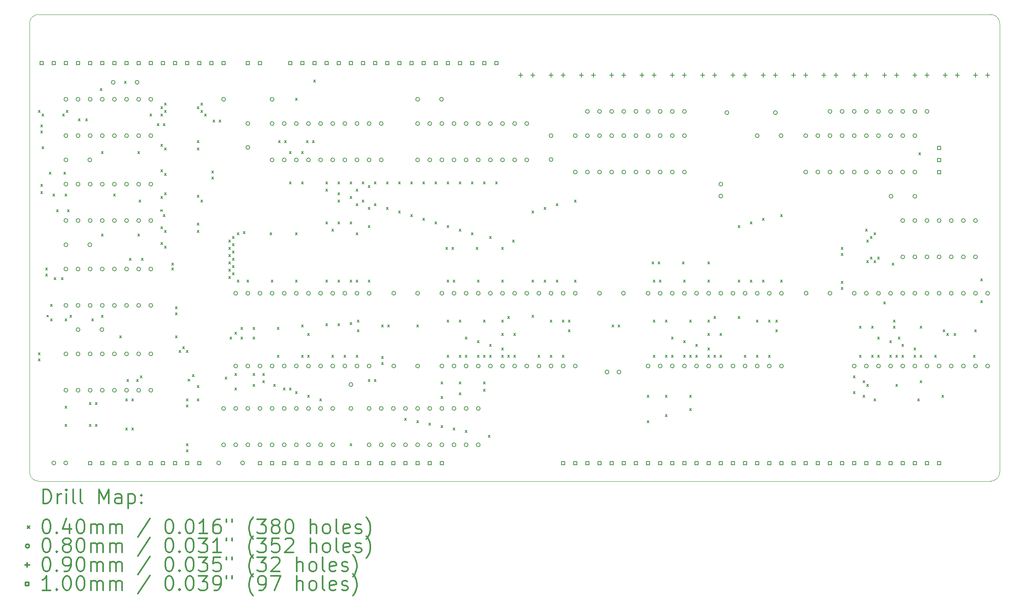
<source format=gbr>
%FSLAX45Y45*%
G04 Gerber Fmt 4.5, Leading zero omitted, Abs format (unit mm)*
G04 Created by KiCad (PCBNEW (5.1.5)-3) date 2022-12-08 21:21:53*
%MOMM*%
%LPD*%
G04 APERTURE LIST*
%TA.AperFunction,Profile*%
%ADD10C,0.050000*%
%TD*%
%ADD11C,0.200000*%
%ADD12C,0.300000*%
G04 APERTURE END LIST*
D10*
X5524500Y-14605000D02*
G75*
G02X5334000Y-14414500I0J190500D01*
G01*
X5334000Y-5016500D02*
G75*
G02X5524500Y-4826000I190500J0D01*
G01*
X25463500Y-4826000D02*
G75*
G02X25654000Y-5016500I0J-190500D01*
G01*
X25654000Y-14414500D02*
G75*
G02X25463500Y-14605000I-190500J0D01*
G01*
X5334000Y-5016500D02*
X5334000Y-14414500D01*
X25463500Y-14605000D02*
X5524500Y-14605000D01*
X25654000Y-5016500D02*
X25654000Y-14414500D01*
X5524500Y-4826000D02*
X25463500Y-4826000D01*
D11*
X5517200Y-6838000D02*
X5557200Y-6878000D01*
X5557200Y-6838000D02*
X5517200Y-6878000D01*
X5517200Y-11918000D02*
X5557200Y-11958000D01*
X5557200Y-11918000D02*
X5517200Y-11958000D01*
X5517200Y-12045000D02*
X5557200Y-12085000D01*
X5557200Y-12045000D02*
X5517200Y-12085000D01*
X5568000Y-7269800D02*
X5608000Y-7309800D01*
X5608000Y-7269800D02*
X5568000Y-7309800D01*
X5568000Y-8387398D02*
X5608000Y-8427398D01*
X5608000Y-8387398D02*
X5568000Y-8427398D01*
X5568000Y-8539800D02*
X5608000Y-8579800D01*
X5608000Y-8539800D02*
X5568000Y-8579800D01*
X5568003Y-7142800D02*
X5608003Y-7182800D01*
X5608003Y-7142800D02*
X5568003Y-7182800D01*
X5593400Y-6914200D02*
X5633400Y-6954200D01*
X5633400Y-6914200D02*
X5593400Y-6954200D01*
X5593400Y-7600000D02*
X5633400Y-7640000D01*
X5633400Y-7600000D02*
X5593400Y-7640000D01*
X5669601Y-10140000D02*
X5709601Y-10180000D01*
X5709601Y-10140000D02*
X5669601Y-10180000D01*
X5669601Y-10267001D02*
X5709601Y-10307001D01*
X5709601Y-10267001D02*
X5669601Y-10307001D01*
X5695000Y-11125441D02*
X5735000Y-11165441D01*
X5735000Y-11125441D02*
X5695000Y-11165441D01*
X5745800Y-8133400D02*
X5785800Y-8173400D01*
X5785800Y-8133400D02*
X5745800Y-8173400D01*
X5771200Y-10902000D02*
X5811200Y-10942000D01*
X5811200Y-10902000D02*
X5771200Y-10942000D01*
X5771200Y-11206800D02*
X5811200Y-11246800D01*
X5811200Y-11206800D02*
X5771200Y-11246800D01*
X5822000Y-8590600D02*
X5862000Y-8630600D01*
X5862000Y-8590600D02*
X5822000Y-8630600D01*
X5847399Y-10343200D02*
X5887399Y-10383200D01*
X5887399Y-10343200D02*
X5847399Y-10383200D01*
X5898200Y-8920801D02*
X5938200Y-8960801D01*
X5938200Y-8920801D02*
X5898200Y-8960801D01*
X5999800Y-10343200D02*
X6039800Y-10383200D01*
X6039800Y-10343200D02*
X5999800Y-10383200D01*
X6025200Y-6914200D02*
X6065200Y-6954200D01*
X6065200Y-6914200D02*
X6025200Y-6954200D01*
X6050600Y-8133400D02*
X6090600Y-8173400D01*
X6090600Y-8133400D02*
X6050600Y-8173400D01*
X6075999Y-8590600D02*
X6115999Y-8630600D01*
X6115999Y-8590600D02*
X6075999Y-8630600D01*
X6076000Y-11206800D02*
X6116000Y-11246800D01*
X6116000Y-11206800D02*
X6076000Y-11246800D01*
X6076000Y-13035600D02*
X6116000Y-13075600D01*
X6116000Y-13035600D02*
X6076000Y-13075600D01*
X6076000Y-13416600D02*
X6116000Y-13456600D01*
X6116000Y-13416600D02*
X6076000Y-13456600D01*
X6101400Y-6838000D02*
X6141400Y-6878000D01*
X6141400Y-6838000D02*
X6101400Y-6878000D01*
X6126800Y-8920800D02*
X6166800Y-8960800D01*
X6166800Y-8920800D02*
X6126800Y-8960800D01*
X6177601Y-11130600D02*
X6217601Y-11170600D01*
X6217601Y-11130600D02*
X6177601Y-11170600D01*
X6355399Y-7015800D02*
X6395399Y-7055800D01*
X6395399Y-7015800D02*
X6355399Y-7055800D01*
X6507804Y-7015800D02*
X6547804Y-7055800D01*
X6547804Y-7015800D02*
X6507804Y-7055800D01*
X6584000Y-12959400D02*
X6624000Y-12999400D01*
X6624000Y-12959400D02*
X6584000Y-12999400D01*
X6584000Y-13416600D02*
X6624000Y-13456600D01*
X6624000Y-13416600D02*
X6584000Y-13456600D01*
X6634800Y-11206800D02*
X6674800Y-11246800D01*
X6674800Y-11206800D02*
X6634800Y-11246800D01*
X6711000Y-12959400D02*
X6751000Y-12999400D01*
X6751000Y-12959400D02*
X6711000Y-12999400D01*
X6711000Y-13416600D02*
X6751000Y-13456600D01*
X6751000Y-13416600D02*
X6711000Y-13456600D01*
X6812600Y-6380800D02*
X6852600Y-6420800D01*
X6852600Y-6380800D02*
X6812600Y-6420800D01*
X6838000Y-7701600D02*
X6878000Y-7741600D01*
X6878000Y-7701600D02*
X6838000Y-7741600D01*
X6838000Y-11130600D02*
X6878000Y-11170600D01*
X6878000Y-11130600D02*
X6838000Y-11170600D01*
X6838000Y-9428800D02*
X6878000Y-9468800D01*
X6878000Y-9428800D02*
X6838000Y-9468800D01*
X7092000Y-8590600D02*
X7132000Y-8630600D01*
X7132000Y-8590600D02*
X7092000Y-8630600D01*
X7219000Y-11562400D02*
X7259000Y-11602400D01*
X7259000Y-11562400D02*
X7219000Y-11602400D01*
X7320600Y-6228400D02*
X7360600Y-6268400D01*
X7360600Y-6228400D02*
X7320600Y-6268400D01*
X7346000Y-12883200D02*
X7386000Y-12923200D01*
X7386000Y-12883200D02*
X7346000Y-12923200D01*
X7346000Y-13492800D02*
X7386000Y-13532800D01*
X7386000Y-13492800D02*
X7346000Y-13532800D01*
X7371400Y-12476800D02*
X7411400Y-12516800D01*
X7411400Y-12476800D02*
X7371400Y-12516800D01*
X7422200Y-9936800D02*
X7462200Y-9976800D01*
X7462200Y-9936800D02*
X7422200Y-9976800D01*
X7473000Y-12883200D02*
X7513000Y-12923200D01*
X7513000Y-12883200D02*
X7473000Y-12923200D01*
X7473000Y-13492800D02*
X7513000Y-13532800D01*
X7513000Y-13492800D02*
X7473000Y-13532800D01*
X7574600Y-12476800D02*
X7614600Y-12516800D01*
X7614600Y-12476800D02*
X7574600Y-12516800D01*
X7600000Y-7701600D02*
X7640000Y-7741600D01*
X7640000Y-7701600D02*
X7600000Y-7741600D01*
X7600000Y-9428800D02*
X7640000Y-9468800D01*
X7640000Y-9428800D02*
X7600000Y-9468800D01*
X7625400Y-8717600D02*
X7665400Y-8757600D01*
X7665400Y-8717600D02*
X7625400Y-8757600D01*
X7650800Y-12400600D02*
X7690800Y-12440600D01*
X7690800Y-12400600D02*
X7650800Y-12440600D01*
X7676201Y-9936800D02*
X7716201Y-9976800D01*
X7716201Y-9936800D02*
X7676201Y-9976800D01*
X7854000Y-6914200D02*
X7894000Y-6954200D01*
X7894000Y-6914200D02*
X7854000Y-6954200D01*
X8006400Y-7117400D02*
X8046400Y-7157400D01*
X8046400Y-7117400D02*
X8006400Y-7157400D01*
X8079161Y-8915642D02*
X8119161Y-8955642D01*
X8119161Y-8915642D02*
X8079161Y-8955642D01*
X8082600Y-6761800D02*
X8122600Y-6801800D01*
X8122600Y-6761800D02*
X8082600Y-6801800D01*
X8082600Y-6914200D02*
X8122600Y-6954200D01*
X8122600Y-6914200D02*
X8082600Y-6954200D01*
X8082600Y-7549200D02*
X8122600Y-7589200D01*
X8122600Y-7549200D02*
X8082600Y-7589200D01*
X8082600Y-8082600D02*
X8122600Y-8122600D01*
X8122600Y-8082600D02*
X8082600Y-8122600D01*
X8082600Y-8641400D02*
X8122600Y-8681400D01*
X8122600Y-8641400D02*
X8082600Y-8681400D01*
X8082600Y-9276400D02*
X8122600Y-9316400D01*
X8122600Y-9276400D02*
X8082600Y-9316400D01*
X8082600Y-9606600D02*
X8122600Y-9646600D01*
X8122600Y-9606600D02*
X8082600Y-9646600D01*
X8133400Y-7117400D02*
X8173400Y-7157400D01*
X8173400Y-7117400D02*
X8133400Y-7157400D01*
X8133400Y-9022400D02*
X8173400Y-9062400D01*
X8173400Y-9022400D02*
X8133400Y-9062400D01*
X8158800Y-6685600D02*
X8198800Y-6725600D01*
X8198800Y-6685600D02*
X8158800Y-6725600D01*
X8158800Y-6838000D02*
X8198800Y-6878000D01*
X8198800Y-6838000D02*
X8158800Y-6878000D01*
X8158800Y-7625400D02*
X8198800Y-7665400D01*
X8198800Y-7625400D02*
X8158800Y-7665400D01*
X8158800Y-8158800D02*
X8198800Y-8198800D01*
X8198800Y-8158800D02*
X8158800Y-8198800D01*
X8158800Y-8565200D02*
X8198800Y-8605200D01*
X8198800Y-8565200D02*
X8158800Y-8605200D01*
X8158800Y-9352600D02*
X8198800Y-9392600D01*
X8198800Y-9352600D02*
X8158800Y-9392600D01*
X8158800Y-9682800D02*
X8198800Y-9722800D01*
X8198800Y-9682800D02*
X8158800Y-9722800D01*
X8311200Y-10038400D02*
X8351200Y-10078400D01*
X8351200Y-10038400D02*
X8311200Y-10078400D01*
X8311200Y-10140000D02*
X8351200Y-10180000D01*
X8351200Y-10140000D02*
X8311200Y-10180000D01*
X8387400Y-10952800D02*
X8427400Y-10992800D01*
X8427400Y-10952800D02*
X8387400Y-10992800D01*
X8387400Y-11079800D02*
X8427400Y-11119800D01*
X8427400Y-11079800D02*
X8387400Y-11119800D01*
X8387400Y-11562400D02*
X8427400Y-11602400D01*
X8427400Y-11562400D02*
X8387400Y-11602400D01*
X8463600Y-11867200D02*
X8503600Y-11907200D01*
X8503600Y-11867200D02*
X8463600Y-11907200D01*
X8539800Y-11791000D02*
X8579800Y-11831000D01*
X8579800Y-11791000D02*
X8539800Y-11831000D01*
X8616000Y-13823000D02*
X8656000Y-13863000D01*
X8656000Y-13823000D02*
X8616000Y-13863000D01*
X8616000Y-11867200D02*
X8656000Y-11907200D01*
X8656000Y-11867200D02*
X8616000Y-11907200D01*
X8616000Y-12883200D02*
X8656000Y-12923200D01*
X8656000Y-12883200D02*
X8616000Y-12923200D01*
X8616000Y-13010200D02*
X8656000Y-13050200D01*
X8656000Y-13010200D02*
X8616000Y-13050200D01*
X8616000Y-13950000D02*
X8656000Y-13990000D01*
X8656000Y-13950000D02*
X8616000Y-13990000D01*
X8654100Y-12464100D02*
X8694100Y-12504100D01*
X8694100Y-12464100D02*
X8654100Y-12504100D01*
X8743000Y-12375199D02*
X8783000Y-12415199D01*
X8783000Y-12375199D02*
X8743000Y-12415199D01*
X8844600Y-6761800D02*
X8884600Y-6801800D01*
X8884600Y-6761800D02*
X8844600Y-6801800D01*
X8844600Y-7473003D02*
X8884600Y-7513003D01*
X8884600Y-7473003D02*
X8844600Y-7513003D01*
X8844600Y-7625400D02*
X8884600Y-7665400D01*
X8884600Y-7625400D02*
X8844600Y-7665400D01*
X8844600Y-8616000D02*
X8884600Y-8656000D01*
X8884600Y-8616000D02*
X8844600Y-8656000D01*
X8844600Y-9200199D02*
X8884600Y-9240199D01*
X8884600Y-9200199D02*
X8844600Y-9240199D01*
X8844600Y-9352600D02*
X8884600Y-9392600D01*
X8884600Y-9352600D02*
X8844600Y-9392600D01*
X8844600Y-12603798D02*
X8884600Y-12643798D01*
X8884600Y-12603798D02*
X8844600Y-12643798D01*
X8844600Y-12883200D02*
X8884600Y-12923200D01*
X8884600Y-12883200D02*
X8844600Y-12923200D01*
X8920800Y-6685600D02*
X8960800Y-6725600D01*
X8960800Y-6685600D02*
X8920800Y-6725600D01*
X8920800Y-6838000D02*
X8960800Y-6878000D01*
X8960800Y-6838000D02*
X8920800Y-6878000D01*
X8920800Y-8717600D02*
X8960800Y-8757600D01*
X8960800Y-8717600D02*
X8920800Y-8757600D01*
X8997000Y-6914200D02*
X9037000Y-6954200D01*
X9037000Y-6914200D02*
X8997000Y-6954200D01*
X9149400Y-8108000D02*
X9189400Y-8148000D01*
X9189400Y-8108000D02*
X9149400Y-8148000D01*
X9149400Y-8235000D02*
X9189400Y-8275000D01*
X9189400Y-8235000D02*
X9149400Y-8275000D01*
X9174800Y-7041200D02*
X9214800Y-7081200D01*
X9214800Y-7041200D02*
X9174800Y-7081200D01*
X9301800Y-7041200D02*
X9341800Y-7081200D01*
X9341800Y-7041200D02*
X9301800Y-7081200D01*
X9428800Y-12426000D02*
X9468800Y-12466000D01*
X9468800Y-12426000D02*
X9428800Y-12466000D01*
X9505000Y-9555800D02*
X9545000Y-9595800D01*
X9545000Y-9555800D02*
X9505000Y-9595800D01*
X9505000Y-9708200D02*
X9545000Y-9748200D01*
X9545000Y-9708200D02*
X9505000Y-9748200D01*
X9505000Y-9860600D02*
X9545000Y-9900600D01*
X9545000Y-9860600D02*
X9505000Y-9900600D01*
X9505000Y-10013000D02*
X9545000Y-10053000D01*
X9545000Y-10013000D02*
X9505000Y-10053000D01*
X9505000Y-10165400D02*
X9545000Y-10205400D01*
X9545000Y-10165400D02*
X9505000Y-10205400D01*
X9505000Y-10317800D02*
X9545000Y-10357800D01*
X9545000Y-10317800D02*
X9505000Y-10357800D01*
X9530400Y-11587800D02*
X9570400Y-11627800D01*
X9570400Y-11587800D02*
X9530400Y-11627800D01*
X9581200Y-9479600D02*
X9621200Y-9519600D01*
X9621200Y-9479600D02*
X9581200Y-9519600D01*
X9581200Y-9632000D02*
X9621200Y-9672000D01*
X9621200Y-9632000D02*
X9581200Y-9672000D01*
X9581200Y-9784400D02*
X9621200Y-9824400D01*
X9621200Y-9784400D02*
X9581200Y-9824400D01*
X9581200Y-9936800D02*
X9621200Y-9976800D01*
X9621200Y-9936800D02*
X9581200Y-9976800D01*
X9581200Y-10089200D02*
X9621200Y-10129200D01*
X9621200Y-10089200D02*
X9581200Y-10129200D01*
X9581200Y-10241600D02*
X9621200Y-10281600D01*
X9621200Y-10241600D02*
X9581200Y-10281600D01*
X9632000Y-11486200D02*
X9672000Y-11526200D01*
X9672000Y-11486200D02*
X9632000Y-11526200D01*
X9632000Y-12349800D02*
X9672000Y-12389800D01*
X9672000Y-12349800D02*
X9632000Y-12389800D01*
X9632000Y-12654600D02*
X9672000Y-12694600D01*
X9672000Y-12654600D02*
X9632000Y-12694600D01*
X9682800Y-9403400D02*
X9722800Y-9443400D01*
X9722800Y-9403400D02*
X9682800Y-9443400D01*
X9682800Y-10394000D02*
X9722800Y-10434000D01*
X9722800Y-10394000D02*
X9682800Y-10434000D01*
X9759000Y-11384600D02*
X9799000Y-11424600D01*
X9799000Y-11384600D02*
X9759000Y-11424600D01*
X9759000Y-11587800D02*
X9799000Y-11627800D01*
X9799000Y-11587800D02*
X9759000Y-11627800D01*
X9809193Y-9378000D02*
X9849193Y-9418000D01*
X9849193Y-9378000D02*
X9809193Y-9418000D01*
X9886000Y-10394000D02*
X9926000Y-10434000D01*
X9926000Y-10394000D02*
X9886000Y-10434000D01*
X10013000Y-11384600D02*
X10053000Y-11424600D01*
X10053000Y-11384600D02*
X10013000Y-11424600D01*
X10013000Y-11587800D02*
X10053000Y-11627800D01*
X10053000Y-11587800D02*
X10013000Y-11627800D01*
X10013000Y-12349800D02*
X10053000Y-12389800D01*
X10053000Y-12349800D02*
X10013000Y-12389800D01*
X10013000Y-12578400D02*
X10053000Y-12618400D01*
X10053000Y-12578400D02*
X10013000Y-12618400D01*
X10216200Y-12349800D02*
X10256200Y-12389800D01*
X10256200Y-12349800D02*
X10216200Y-12389800D01*
X10216200Y-12502200D02*
X10256200Y-12542200D01*
X10256200Y-12502200D02*
X10216200Y-12542200D01*
X10368600Y-9403400D02*
X10408600Y-9443400D01*
X10408600Y-9403400D02*
X10368600Y-9443400D01*
X10394000Y-10394000D02*
X10434000Y-10434000D01*
X10434000Y-10394000D02*
X10394000Y-10434000D01*
X10444800Y-12578400D02*
X10484800Y-12618400D01*
X10484800Y-12578400D02*
X10444800Y-12618400D01*
X10521000Y-11384600D02*
X10561000Y-11424600D01*
X10561000Y-11384600D02*
X10521000Y-11424600D01*
X10521000Y-11968800D02*
X10561000Y-12008800D01*
X10561000Y-11968800D02*
X10521000Y-12008800D01*
X10546400Y-7473000D02*
X10586400Y-7513000D01*
X10586400Y-7473000D02*
X10546400Y-7513000D01*
X10648000Y-12654600D02*
X10688000Y-12694600D01*
X10688000Y-12654600D02*
X10648000Y-12694600D01*
X10673400Y-7473000D02*
X10713400Y-7513000D01*
X10713400Y-7473000D02*
X10673400Y-7513000D01*
X10775000Y-7701599D02*
X10815000Y-7741599D01*
X10815000Y-7701599D02*
X10775000Y-7741599D01*
X10775000Y-8336600D02*
X10815000Y-8376600D01*
X10815000Y-8336600D02*
X10775000Y-8376600D01*
X10775000Y-12654600D02*
X10815000Y-12694600D01*
X10815000Y-12654600D02*
X10775000Y-12694600D01*
X10902000Y-6584002D02*
X10942000Y-6624002D01*
X10942000Y-6584002D02*
X10902000Y-6624002D01*
X10902000Y-9403400D02*
X10942000Y-9443400D01*
X10942000Y-9403400D02*
X10902000Y-9443400D01*
X10902000Y-10394000D02*
X10942000Y-10434000D01*
X10942000Y-10394000D02*
X10902000Y-10434000D01*
X10902000Y-12730800D02*
X10942000Y-12770800D01*
X10942000Y-12730800D02*
X10902000Y-12770800D01*
X11029000Y-7701600D02*
X11069000Y-7741600D01*
X11069000Y-7701600D02*
X11029000Y-7741600D01*
X11029000Y-8336600D02*
X11069000Y-8376600D01*
X11069000Y-8336600D02*
X11029000Y-8376600D01*
X11029000Y-11333798D02*
X11069000Y-11373798D01*
X11069000Y-11333798D02*
X11029000Y-11373798D01*
X11029000Y-11968800D02*
X11069000Y-12008800D01*
X11069000Y-11968800D02*
X11029000Y-12008800D01*
X11130600Y-7473000D02*
X11170600Y-7513000D01*
X11170600Y-7473000D02*
X11130600Y-7513000D01*
X11156000Y-11511600D02*
X11196000Y-11551600D01*
X11196000Y-11511600D02*
X11156000Y-11551600D01*
X11156000Y-11968800D02*
X11196000Y-12008800D01*
X11196000Y-11968800D02*
X11156000Y-12008800D01*
X11156000Y-12807000D02*
X11196000Y-12847000D01*
X11196000Y-12807000D02*
X11156000Y-12847000D01*
X11257600Y-7473000D02*
X11297600Y-7513000D01*
X11297600Y-7473000D02*
X11257600Y-7513000D01*
X11283000Y-6203000D02*
X11323000Y-6243000D01*
X11323000Y-6203000D02*
X11283000Y-6243000D01*
X11410000Y-12883200D02*
X11450000Y-12923200D01*
X11450000Y-12883200D02*
X11410000Y-12923200D01*
X11537000Y-8336600D02*
X11577000Y-8376600D01*
X11577000Y-8336600D02*
X11537000Y-8376600D01*
X11537000Y-8489000D02*
X11577000Y-8529000D01*
X11577000Y-8489000D02*
X11537000Y-8529000D01*
X11537000Y-9174800D02*
X11577000Y-9214800D01*
X11577000Y-9174800D02*
X11537000Y-9214800D01*
X11537000Y-10394000D02*
X11577000Y-10434000D01*
X11577000Y-10394000D02*
X11537000Y-10434000D01*
X11537000Y-11308400D02*
X11577000Y-11348400D01*
X11577000Y-11308400D02*
X11537000Y-11348400D01*
X11664000Y-9327200D02*
X11704000Y-9367200D01*
X11704000Y-9327200D02*
X11664000Y-9367200D01*
X11664000Y-11968800D02*
X11704000Y-12008800D01*
X11704000Y-11968800D02*
X11664000Y-12008800D01*
X11790999Y-8565200D02*
X11830999Y-8605200D01*
X11830999Y-8565200D02*
X11790999Y-8605200D01*
X11791000Y-8336598D02*
X11831000Y-8376598D01*
X11831000Y-8336598D02*
X11791000Y-8376598D01*
X11791000Y-8717600D02*
X11831000Y-8757600D01*
X11831000Y-8717600D02*
X11791000Y-8757600D01*
X11791000Y-9174800D02*
X11831000Y-9214800D01*
X11831000Y-9174800D02*
X11791000Y-9214800D01*
X11791000Y-10394000D02*
X11831000Y-10434000D01*
X11831000Y-10394000D02*
X11791000Y-10434000D01*
X11791000Y-11308401D02*
X11831000Y-11348401D01*
X11831000Y-11308401D02*
X11791000Y-11348401D01*
X11918000Y-11968800D02*
X11958000Y-12008800D01*
X11958000Y-11968800D02*
X11918000Y-12008800D01*
X12045000Y-8336600D02*
X12085000Y-8376600D01*
X12085000Y-8336600D02*
X12045000Y-8376600D01*
X12045000Y-8641400D02*
X12085000Y-8681400D01*
X12085000Y-8641400D02*
X12045000Y-8681400D01*
X12045000Y-9174800D02*
X12085000Y-9214800D01*
X12085000Y-9174800D02*
X12045000Y-9214800D01*
X12045000Y-10394000D02*
X12085000Y-10434000D01*
X12085000Y-10394000D02*
X12045000Y-10434000D01*
X12045000Y-11283000D02*
X12085000Y-11323000D01*
X12085000Y-11283000D02*
X12045000Y-11323000D01*
X12045000Y-13823000D02*
X12085000Y-13863000D01*
X12085000Y-13823000D02*
X12045000Y-13863000D01*
X12172000Y-8489000D02*
X12212000Y-8529000D01*
X12212000Y-8489000D02*
X12172000Y-8529000D01*
X12172000Y-8793800D02*
X12212000Y-8833800D01*
X12212000Y-8793800D02*
X12172000Y-8833800D01*
X12172000Y-9403400D02*
X12212000Y-9443400D01*
X12212000Y-9403400D02*
X12172000Y-9443400D01*
X12172000Y-10394000D02*
X12212000Y-10434000D01*
X12212000Y-10394000D02*
X12172000Y-10434000D01*
X12172000Y-11968800D02*
X12212000Y-12008800D01*
X12212000Y-11968800D02*
X12172000Y-12008800D01*
X12197396Y-11435400D02*
X12237396Y-11475400D01*
X12237396Y-11435400D02*
X12197396Y-11475400D01*
X12197400Y-11232200D02*
X12237400Y-11272200D01*
X12237400Y-11232200D02*
X12197400Y-11272200D01*
X12299000Y-8336600D02*
X12339000Y-8376600D01*
X12339000Y-8336600D02*
X12299000Y-8376600D01*
X12299000Y-8717600D02*
X12339000Y-8757600D01*
X12339000Y-8717600D02*
X12299000Y-8757600D01*
X12426000Y-8412800D02*
X12466000Y-8452800D01*
X12466000Y-8412800D02*
X12426000Y-8452800D01*
X12426000Y-8869999D02*
X12466000Y-8909999D01*
X12466000Y-8869999D02*
X12426000Y-8909999D01*
X12426000Y-9251000D02*
X12466000Y-9291000D01*
X12466000Y-9251000D02*
X12426000Y-9291000D01*
X12426000Y-10394000D02*
X12466000Y-10434000D01*
X12466000Y-10394000D02*
X12426000Y-10434000D01*
X12426000Y-12476800D02*
X12466000Y-12516800D01*
X12466000Y-12476800D02*
X12426000Y-12516800D01*
X12553000Y-8336600D02*
X12593000Y-8376600D01*
X12593000Y-8336600D02*
X12553000Y-8376600D01*
X12553000Y-8793800D02*
X12593000Y-8833800D01*
X12593000Y-8793800D02*
X12553000Y-8833800D01*
X12553000Y-12476800D02*
X12593000Y-12516800D01*
X12593000Y-12476800D02*
X12553000Y-12516800D01*
X12705400Y-11333800D02*
X12745400Y-11373800D01*
X12745400Y-11333800D02*
X12705400Y-11373800D01*
X12705400Y-11994200D02*
X12745400Y-12034200D01*
X12745400Y-11994200D02*
X12705400Y-12034200D01*
X12705400Y-12121200D02*
X12745400Y-12161200D01*
X12745400Y-12121200D02*
X12705400Y-12161200D01*
X12807000Y-8336600D02*
X12847000Y-8376600D01*
X12847000Y-8336600D02*
X12807000Y-8376600D01*
X12807000Y-8870001D02*
X12847000Y-8910001D01*
X12847000Y-8870001D02*
X12807000Y-8910001D01*
X12832401Y-11333800D02*
X12872401Y-11373800D01*
X12872401Y-11333800D02*
X12832401Y-11373800D01*
X13061000Y-8336600D02*
X13101000Y-8376600D01*
X13101000Y-8336600D02*
X13061000Y-8376600D01*
X13061000Y-8946200D02*
X13101000Y-8986200D01*
X13101000Y-8946200D02*
X13061000Y-8986200D01*
X13188000Y-13289600D02*
X13228000Y-13329600D01*
X13228000Y-13289600D02*
X13188000Y-13329600D01*
X13315000Y-8336600D02*
X13355000Y-8376600D01*
X13355000Y-8336600D02*
X13315000Y-8376600D01*
X13315000Y-9022400D02*
X13355000Y-9062400D01*
X13355000Y-9022400D02*
X13315000Y-9062400D01*
X13442000Y-11333800D02*
X13482000Y-11373800D01*
X13482000Y-11333800D02*
X13442000Y-11373800D01*
X13442000Y-13340400D02*
X13482000Y-13380400D01*
X13482000Y-13340400D02*
X13442000Y-13380400D01*
X13568999Y-8336600D02*
X13608999Y-8376600D01*
X13608999Y-8336600D02*
X13568999Y-8376600D01*
X13569000Y-9098600D02*
X13609000Y-9138600D01*
X13609000Y-9098600D02*
X13569000Y-9138600D01*
X13696000Y-13391200D02*
X13736000Y-13431200D01*
X13736000Y-13391200D02*
X13696000Y-13431200D01*
X13823000Y-8336600D02*
X13863000Y-8376600D01*
X13863000Y-8336600D02*
X13823000Y-8376600D01*
X13823000Y-9174800D02*
X13863000Y-9214800D01*
X13863000Y-9174800D02*
X13823000Y-9214800D01*
X13950000Y-12527600D02*
X13990000Y-12567600D01*
X13990000Y-12527600D02*
X13950000Y-12567600D01*
X13950000Y-12832400D02*
X13990000Y-12872400D01*
X13990000Y-12832400D02*
X13950000Y-12872400D01*
X13950000Y-13442000D02*
X13990000Y-13482000D01*
X13990000Y-13442000D02*
X13950000Y-13482000D01*
X14051600Y-9708200D02*
X14091600Y-9748200D01*
X14091600Y-9708200D02*
X14051600Y-9748200D01*
X14077000Y-8336600D02*
X14117000Y-8376600D01*
X14117000Y-8336600D02*
X14077000Y-8376600D01*
X14077000Y-9251000D02*
X14117000Y-9291000D01*
X14117000Y-9251000D02*
X14077000Y-9291000D01*
X14077000Y-10394000D02*
X14117000Y-10434000D01*
X14117000Y-10394000D02*
X14077000Y-10434000D01*
X14077000Y-11232200D02*
X14117000Y-11272200D01*
X14117000Y-11232200D02*
X14077000Y-11272200D01*
X14077000Y-11968800D02*
X14117000Y-12008800D01*
X14117000Y-11968800D02*
X14077000Y-12008800D01*
X14178600Y-9708200D02*
X14218600Y-9748200D01*
X14218600Y-9708200D02*
X14178600Y-9748200D01*
X14204000Y-10394000D02*
X14244000Y-10434000D01*
X14244000Y-10394000D02*
X14204000Y-10434000D01*
X14204000Y-13492800D02*
X14244000Y-13532800D01*
X14244000Y-13492800D02*
X14204000Y-13532800D01*
X14331000Y-8336600D02*
X14371000Y-8376600D01*
X14371000Y-8336600D02*
X14331000Y-8376600D01*
X14331000Y-9327201D02*
X14371000Y-9367201D01*
X14371000Y-9327201D02*
X14331000Y-9367201D01*
X14331000Y-11232200D02*
X14371000Y-11272200D01*
X14371000Y-11232200D02*
X14331000Y-11272200D01*
X14331000Y-12527600D02*
X14371000Y-12567600D01*
X14371000Y-12527600D02*
X14331000Y-12567600D01*
X14331000Y-12756200D02*
X14371000Y-12796200D01*
X14371000Y-12756200D02*
X14331000Y-12796200D01*
X14331001Y-11968799D02*
X14371001Y-12008799D01*
X14371001Y-11968799D02*
X14331001Y-12008799D01*
X14458000Y-11587800D02*
X14498000Y-11627800D01*
X14498000Y-11587800D02*
X14458000Y-11627800D01*
X14458000Y-11968800D02*
X14498000Y-12008800D01*
X14498000Y-11968800D02*
X14458000Y-12008800D01*
X14458000Y-13543600D02*
X14498000Y-13583600D01*
X14498000Y-13543600D02*
X14458000Y-13583600D01*
X14584999Y-9403400D02*
X14624999Y-9443400D01*
X14624999Y-9403400D02*
X14584999Y-9443400D01*
X14585000Y-8336600D02*
X14625000Y-8376600D01*
X14625000Y-8336600D02*
X14585000Y-8376600D01*
X14686600Y-9708200D02*
X14726600Y-9748200D01*
X14726600Y-9708200D02*
X14686600Y-9748200D01*
X14712000Y-10394000D02*
X14752000Y-10434000D01*
X14752000Y-10394000D02*
X14712000Y-10434000D01*
X14712000Y-11664000D02*
X14752000Y-11704000D01*
X14752000Y-11664000D02*
X14712000Y-11704000D01*
X14712000Y-11968800D02*
X14752000Y-12008800D01*
X14752000Y-11968800D02*
X14712000Y-12008800D01*
X14839000Y-8336600D02*
X14879000Y-8376600D01*
X14879000Y-8336600D02*
X14839000Y-8376600D01*
X14839000Y-11232200D02*
X14879000Y-11272200D01*
X14879000Y-11232200D02*
X14839000Y-11272200D01*
X14839000Y-11968800D02*
X14879000Y-12008800D01*
X14879000Y-11968800D02*
X14839000Y-12008800D01*
X14839000Y-12527600D02*
X14879000Y-12567600D01*
X14879000Y-12527600D02*
X14839000Y-12567600D01*
X14839000Y-12680000D02*
X14879000Y-12720000D01*
X14879000Y-12680000D02*
X14839000Y-12720000D01*
X14940600Y-13645199D02*
X14980600Y-13685199D01*
X14980600Y-13645199D02*
X14940600Y-13685199D01*
X14966000Y-9479600D02*
X15006000Y-9519600D01*
X15006000Y-9479600D02*
X14966000Y-9519600D01*
X14966000Y-11740200D02*
X15006000Y-11780200D01*
X15006000Y-11740200D02*
X14966000Y-11780200D01*
X14966000Y-11968800D02*
X15006000Y-12008800D01*
X15006000Y-11968800D02*
X14966000Y-12008800D01*
X15093000Y-8336600D02*
X15133000Y-8376600D01*
X15133000Y-8336600D02*
X15093000Y-8376600D01*
X15220000Y-9708200D02*
X15260000Y-9748200D01*
X15260000Y-9708200D02*
X15220000Y-9748200D01*
X15220000Y-10394000D02*
X15260000Y-10434000D01*
X15260000Y-10394000D02*
X15220000Y-10434000D01*
X15220000Y-11232200D02*
X15260000Y-11272200D01*
X15260000Y-11232200D02*
X15220000Y-11272200D01*
X15220000Y-11511600D02*
X15260000Y-11551600D01*
X15260000Y-11511600D02*
X15220000Y-11551600D01*
X15220000Y-11816400D02*
X15260000Y-11856400D01*
X15260000Y-11816400D02*
X15220000Y-11856400D01*
X15220000Y-11968800D02*
X15260000Y-12008800D01*
X15260000Y-11968800D02*
X15220000Y-12008800D01*
X15347000Y-11968800D02*
X15387000Y-12008800D01*
X15387000Y-11968800D02*
X15347000Y-12008800D01*
X15347001Y-11156000D02*
X15387001Y-11196000D01*
X15387001Y-11156000D02*
X15347001Y-11196000D01*
X15448600Y-9555800D02*
X15488600Y-9595800D01*
X15488600Y-9555800D02*
X15448600Y-9595800D01*
X15474000Y-11511600D02*
X15514000Y-11551600D01*
X15514000Y-11511600D02*
X15474000Y-11551600D01*
X15474000Y-11968800D02*
X15514000Y-12008800D01*
X15514000Y-11968800D02*
X15474000Y-12008800D01*
X15855000Y-8946200D02*
X15895000Y-8986200D01*
X15895000Y-8946200D02*
X15855000Y-8986200D01*
X15855000Y-10394000D02*
X15895000Y-10434000D01*
X15895000Y-10394000D02*
X15855000Y-10434000D01*
X15855000Y-11130600D02*
X15895000Y-11170600D01*
X15895000Y-11130600D02*
X15855000Y-11170600D01*
X15982000Y-11968800D02*
X16022000Y-12008800D01*
X16022000Y-11968800D02*
X15982000Y-12008800D01*
X16109000Y-8870000D02*
X16149000Y-8910000D01*
X16149000Y-8870000D02*
X16109000Y-8910000D01*
X16109000Y-10394000D02*
X16149000Y-10434000D01*
X16149000Y-10394000D02*
X16109000Y-10434000D01*
X16235999Y-11232200D02*
X16275999Y-11272200D01*
X16275999Y-11232200D02*
X16235999Y-11272200D01*
X16236000Y-11968800D02*
X16276000Y-12008800D01*
X16276000Y-11968800D02*
X16236000Y-12008800D01*
X16363000Y-8793800D02*
X16403000Y-8833800D01*
X16403000Y-8793800D02*
X16363000Y-8833800D01*
X16363000Y-10394000D02*
X16403000Y-10434000D01*
X16403000Y-10394000D02*
X16363000Y-10434000D01*
X16490000Y-11232200D02*
X16530000Y-11272200D01*
X16530000Y-11232200D02*
X16490000Y-11272200D01*
X16490000Y-11968800D02*
X16530000Y-12008800D01*
X16530000Y-11968800D02*
X16490000Y-12008800D01*
X16617000Y-11232200D02*
X16657000Y-11272200D01*
X16657000Y-11232200D02*
X16617000Y-11272200D01*
X16617000Y-11435400D02*
X16657000Y-11475400D01*
X16657000Y-11435400D02*
X16617000Y-11475400D01*
X16744000Y-8717600D02*
X16784000Y-8757600D01*
X16784000Y-8717600D02*
X16744000Y-8757600D01*
X16744000Y-10394000D02*
X16784000Y-10434000D01*
X16784000Y-10394000D02*
X16744000Y-10434000D01*
X17531400Y-11333800D02*
X17571400Y-11373800D01*
X17571400Y-11333800D02*
X17531400Y-11373800D01*
X17658400Y-11333800D02*
X17698400Y-11373800D01*
X17698400Y-11333800D02*
X17658400Y-11373800D01*
X18268000Y-12807000D02*
X18308000Y-12847000D01*
X18308000Y-12807000D02*
X18268000Y-12847000D01*
X18268000Y-13340400D02*
X18308000Y-13380400D01*
X18308000Y-13340400D02*
X18268000Y-13380400D01*
X18369598Y-10013000D02*
X18409598Y-10053000D01*
X18409598Y-10013000D02*
X18369598Y-10053000D01*
X18395000Y-10394000D02*
X18435000Y-10434000D01*
X18435000Y-10394000D02*
X18395000Y-10434000D01*
X18395000Y-11968800D02*
X18435000Y-12008800D01*
X18435000Y-11968800D02*
X18395000Y-12008800D01*
X18395001Y-11232200D02*
X18435001Y-11272200D01*
X18435001Y-11232200D02*
X18395001Y-11272200D01*
X18496600Y-10013607D02*
X18536600Y-10053607D01*
X18536600Y-10013607D02*
X18496600Y-10053607D01*
X18522000Y-10394000D02*
X18562000Y-10434000D01*
X18562000Y-10394000D02*
X18522000Y-10434000D01*
X18649000Y-11232200D02*
X18689000Y-11272200D01*
X18689000Y-11232200D02*
X18649000Y-11272200D01*
X18649000Y-11968800D02*
X18689000Y-12008800D01*
X18689000Y-11968800D02*
X18649000Y-12008800D01*
X18649000Y-12807000D02*
X18689000Y-12847000D01*
X18689000Y-12807000D02*
X18649000Y-12847000D01*
X18649000Y-13213400D02*
X18689000Y-13253400D01*
X18689000Y-13213400D02*
X18649000Y-13253400D01*
X18776000Y-11587800D02*
X18816000Y-11627800D01*
X18816000Y-11587800D02*
X18776000Y-11627800D01*
X18776000Y-11968800D02*
X18816000Y-12008800D01*
X18816000Y-11968800D02*
X18776000Y-12008800D01*
X19004600Y-10013000D02*
X19044600Y-10053000D01*
X19044600Y-10013000D02*
X19004600Y-10053000D01*
X19030000Y-10394000D02*
X19070000Y-10434000D01*
X19070000Y-10394000D02*
X19030000Y-10434000D01*
X19030000Y-11664000D02*
X19070000Y-11704000D01*
X19070000Y-11664000D02*
X19030000Y-11704000D01*
X19030000Y-11968800D02*
X19070000Y-12008800D01*
X19070000Y-11968800D02*
X19030000Y-12008800D01*
X19157000Y-11232200D02*
X19197000Y-11272200D01*
X19197000Y-11232200D02*
X19157000Y-11272200D01*
X19157000Y-11968800D02*
X19197000Y-12008800D01*
X19197000Y-11968800D02*
X19157000Y-12008800D01*
X19157000Y-12807000D02*
X19197000Y-12847000D01*
X19197000Y-12807000D02*
X19157000Y-12847000D01*
X19157000Y-13086400D02*
X19197000Y-13126400D01*
X19197000Y-13086400D02*
X19157000Y-13126400D01*
X19284000Y-11740200D02*
X19324000Y-11780200D01*
X19324000Y-11740200D02*
X19284000Y-11780200D01*
X19284000Y-11968800D02*
X19324000Y-12008800D01*
X19324000Y-11968800D02*
X19284000Y-12008800D01*
X19538000Y-10013000D02*
X19578000Y-10053000D01*
X19578000Y-10013000D02*
X19538000Y-10053000D01*
X19538000Y-10394000D02*
X19578000Y-10434000D01*
X19578000Y-10394000D02*
X19538000Y-10434000D01*
X19538000Y-11232200D02*
X19578000Y-11272200D01*
X19578000Y-11232200D02*
X19538000Y-11272200D01*
X19538000Y-11511600D02*
X19578000Y-11551600D01*
X19578000Y-11511600D02*
X19538000Y-11551600D01*
X19538000Y-11816400D02*
X19578000Y-11856400D01*
X19578000Y-11816400D02*
X19538000Y-11856400D01*
X19538000Y-11968800D02*
X19578000Y-12008800D01*
X19578000Y-11968800D02*
X19538000Y-12008800D01*
X19665000Y-11156000D02*
X19705000Y-11196000D01*
X19705000Y-11156000D02*
X19665000Y-11196000D01*
X19665000Y-11968800D02*
X19705000Y-12008800D01*
X19705000Y-11968800D02*
X19665000Y-12008800D01*
X19792000Y-11511600D02*
X19832000Y-11551600D01*
X19832000Y-11511600D02*
X19792000Y-11551600D01*
X19792000Y-11968800D02*
X19832000Y-12008800D01*
X19832000Y-11968800D02*
X19792000Y-12008800D01*
X20173000Y-9251000D02*
X20213000Y-9291000D01*
X20213000Y-9251000D02*
X20173000Y-9291000D01*
X20173000Y-10394000D02*
X20213000Y-10434000D01*
X20213000Y-10394000D02*
X20173000Y-10434000D01*
X20173000Y-11156000D02*
X20213000Y-11196000D01*
X20213000Y-11156000D02*
X20173000Y-11196000D01*
X20300000Y-11968800D02*
X20340000Y-12008800D01*
X20340000Y-11968800D02*
X20300000Y-12008800D01*
X20427000Y-9174800D02*
X20467000Y-9214800D01*
X20467000Y-9174800D02*
X20427000Y-9214800D01*
X20427000Y-10394000D02*
X20467000Y-10434000D01*
X20467000Y-10394000D02*
X20427000Y-10434000D01*
X20554000Y-11232200D02*
X20594000Y-11272200D01*
X20594000Y-11232200D02*
X20554000Y-11272200D01*
X20554000Y-11968800D02*
X20594000Y-12008800D01*
X20594000Y-11968800D02*
X20554000Y-12008800D01*
X20681000Y-9098600D02*
X20721000Y-9138600D01*
X20721000Y-9098600D02*
X20681000Y-9138600D01*
X20681000Y-10394000D02*
X20721000Y-10434000D01*
X20721000Y-10394000D02*
X20681000Y-10434000D01*
X20808000Y-11232200D02*
X20848000Y-11272200D01*
X20848000Y-11232200D02*
X20808000Y-11272200D01*
X20808000Y-11968800D02*
X20848000Y-12008800D01*
X20848000Y-11968800D02*
X20808000Y-12008800D01*
X20960400Y-11232200D02*
X21000400Y-11272200D01*
X21000400Y-11232200D02*
X20960400Y-11272200D01*
X20960400Y-11435400D02*
X21000400Y-11475400D01*
X21000400Y-11435400D02*
X20960400Y-11475400D01*
X21062000Y-9022400D02*
X21102000Y-9062400D01*
X21102000Y-9022400D02*
X21062000Y-9062400D01*
X21062000Y-10394000D02*
X21102000Y-10434000D01*
X21102000Y-10394000D02*
X21062000Y-10434000D01*
X22332000Y-9708201D02*
X22372000Y-9748201D01*
X22372000Y-9708201D02*
X22332000Y-9748201D01*
X22332000Y-9835200D02*
X22372000Y-9875200D01*
X22372000Y-9835200D02*
X22332000Y-9875200D01*
X22332000Y-10419400D02*
X22372000Y-10459400D01*
X22372000Y-10419400D02*
X22332000Y-10459400D01*
X22332000Y-10546400D02*
X22372000Y-10586400D01*
X22372000Y-10546400D02*
X22332000Y-10586400D01*
X22586000Y-12730800D02*
X22626000Y-12770800D01*
X22626000Y-12730800D02*
X22586000Y-12770800D01*
X22586000Y-12400600D02*
X22626000Y-12440600D01*
X22626000Y-12400600D02*
X22586000Y-12440600D01*
X22713000Y-11359200D02*
X22753000Y-11399200D01*
X22753000Y-11359200D02*
X22713000Y-11399200D01*
X22713000Y-11968800D02*
X22753000Y-12008800D01*
X22753000Y-11968800D02*
X22713000Y-12008800D01*
X22789200Y-12502200D02*
X22829200Y-12542200D01*
X22829200Y-12502200D02*
X22789200Y-12542200D01*
X22789202Y-12807000D02*
X22829202Y-12847000D01*
X22829202Y-12807000D02*
X22789202Y-12847000D01*
X22840000Y-9327200D02*
X22880000Y-9367200D01*
X22880000Y-9327200D02*
X22840000Y-9367200D01*
X22865400Y-9555800D02*
X22905400Y-9595800D01*
X22905400Y-9555800D02*
X22865400Y-9595800D01*
X22865400Y-9987600D02*
X22905400Y-10027600D01*
X22905400Y-9987600D02*
X22865400Y-10027600D01*
X22865401Y-12578399D02*
X22905401Y-12618399D01*
X22905401Y-12578399D02*
X22865401Y-12618399D01*
X22941600Y-9479600D02*
X22981600Y-9519600D01*
X22981600Y-9479600D02*
X22941600Y-9519600D01*
X22941600Y-9911400D02*
X22981600Y-9951400D01*
X22981600Y-9911400D02*
X22941600Y-9951400D01*
X22967000Y-11359199D02*
X23007000Y-11399199D01*
X23007000Y-11359199D02*
X22967000Y-11399199D01*
X22967000Y-11968800D02*
X23007000Y-12008800D01*
X23007000Y-11968800D02*
X22967000Y-12008800D01*
X23017800Y-9403400D02*
X23057800Y-9443400D01*
X23057800Y-9403400D02*
X23017800Y-9443400D01*
X23017800Y-9987600D02*
X23057800Y-10027600D01*
X23057800Y-9987600D02*
X23017800Y-10027600D01*
X23017800Y-12883200D02*
X23057800Y-12923200D01*
X23057800Y-12883200D02*
X23017800Y-12923200D01*
X23094000Y-9911400D02*
X23134000Y-9951400D01*
X23134000Y-9911400D02*
X23094000Y-9951400D01*
X23094000Y-11587800D02*
X23134000Y-11627800D01*
X23134000Y-11587800D02*
X23094000Y-11627800D01*
X23094000Y-11968800D02*
X23134000Y-12008800D01*
X23134000Y-11968800D02*
X23094000Y-12008800D01*
X23221000Y-10851200D02*
X23261000Y-10891200D01*
X23261000Y-10851200D02*
X23221000Y-10891200D01*
X23348000Y-11664000D02*
X23388000Y-11704000D01*
X23388000Y-11664000D02*
X23348000Y-11704000D01*
X23348000Y-11968800D02*
X23388000Y-12008800D01*
X23388000Y-11968800D02*
X23348000Y-12008800D01*
X23398800Y-10038400D02*
X23438800Y-10078400D01*
X23438800Y-10038400D02*
X23398800Y-10078400D01*
X23424200Y-11232200D02*
X23464200Y-11272200D01*
X23464200Y-11232200D02*
X23424200Y-11272200D01*
X23424200Y-11359200D02*
X23464200Y-11399200D01*
X23464200Y-11359200D02*
X23424200Y-11399200D01*
X23475000Y-11968800D02*
X23515000Y-12008800D01*
X23515000Y-11968800D02*
X23475000Y-12008800D01*
X23475000Y-12578400D02*
X23515000Y-12618400D01*
X23515000Y-12578400D02*
X23475000Y-12618400D01*
X23525800Y-11587800D02*
X23565800Y-11627800D01*
X23565800Y-11587800D02*
X23525800Y-11627800D01*
X23602000Y-11740200D02*
X23642000Y-11780200D01*
X23642000Y-11740200D02*
X23602000Y-11780200D01*
X23602000Y-11968800D02*
X23642000Y-12008800D01*
X23642000Y-11968800D02*
X23602000Y-12008800D01*
X23856000Y-11816400D02*
X23896000Y-11856400D01*
X23896000Y-11816400D02*
X23856000Y-11856400D01*
X23856000Y-11968800D02*
X23896000Y-12008800D01*
X23896000Y-11968800D02*
X23856000Y-12008800D01*
X23932200Y-12883200D02*
X23972200Y-12923200D01*
X23972200Y-12883200D02*
X23932200Y-12923200D01*
X23957600Y-7727000D02*
X23997600Y-7767000D01*
X23997600Y-7727000D02*
X23957600Y-7767000D01*
X23983000Y-11359200D02*
X24023000Y-11399200D01*
X24023000Y-11359200D02*
X23983000Y-11399200D01*
X23983000Y-11968800D02*
X24023000Y-12008800D01*
X24023000Y-11968800D02*
X23983000Y-12008800D01*
X23983000Y-12502200D02*
X24023000Y-12542200D01*
X24023000Y-12502200D02*
X23983000Y-12542200D01*
X24287800Y-11968800D02*
X24327800Y-12008800D01*
X24327800Y-11968800D02*
X24287800Y-12008800D01*
X24440200Y-12807000D02*
X24480200Y-12847000D01*
X24480200Y-12807000D02*
X24440200Y-12847000D01*
X24465600Y-11435400D02*
X24505600Y-11475400D01*
X24505600Y-11435400D02*
X24465600Y-11475400D01*
X24541800Y-11511600D02*
X24581800Y-11551600D01*
X24581800Y-11511600D02*
X24541800Y-11551600D01*
X24694200Y-11511600D02*
X24734200Y-11551600D01*
X24734200Y-11511600D02*
X24694200Y-11551600D01*
X25100600Y-11968800D02*
X25140600Y-12008800D01*
X25140600Y-11968800D02*
X25100600Y-12008800D01*
X25125999Y-11435400D02*
X25165999Y-11475400D01*
X25165999Y-11435400D02*
X25125999Y-11475400D01*
X25253000Y-10368600D02*
X25293000Y-10408600D01*
X25293000Y-10368600D02*
X25253000Y-10408600D01*
X25253000Y-10825800D02*
X25293000Y-10865800D01*
X25293000Y-10825800D02*
X25253000Y-10865800D01*
X23416000Y-8636000D02*
G75*
G03X23416000Y-8636000I-40000J0D01*
G01*
X23916000Y-8636000D02*
G75*
G03X23916000Y-8636000I-40000J0D01*
G01*
X9438000Y-6604000D02*
G75*
G03X9438000Y-6604000I-40000J0D01*
G01*
X10454000Y-6604000D02*
G75*
G03X10454000Y-6604000I-40000J0D01*
G01*
X6136000Y-10160000D02*
G75*
G03X6136000Y-10160000I-40000J0D01*
G01*
X6136000Y-10922000D02*
G75*
G03X6136000Y-10922000I-40000J0D01*
G01*
X6390000Y-10160000D02*
G75*
G03X6390000Y-10160000I-40000J0D01*
G01*
X6390000Y-10922000D02*
G75*
G03X6390000Y-10922000I-40000J0D01*
G01*
X6644000Y-10160000D02*
G75*
G03X6644000Y-10160000I-40000J0D01*
G01*
X6644000Y-10922000D02*
G75*
G03X6644000Y-10922000I-40000J0D01*
G01*
X6898000Y-10160000D02*
G75*
G03X6898000Y-10160000I-40000J0D01*
G01*
X6898000Y-10922000D02*
G75*
G03X6898000Y-10922000I-40000J0D01*
G01*
X7152000Y-10160000D02*
G75*
G03X7152000Y-10160000I-40000J0D01*
G01*
X7152000Y-10922000D02*
G75*
G03X7152000Y-10922000I-40000J0D01*
G01*
X7406000Y-10160000D02*
G75*
G03X7406000Y-10160000I-40000J0D01*
G01*
X7406000Y-10922000D02*
G75*
G03X7406000Y-10922000I-40000J0D01*
G01*
X7660000Y-10160000D02*
G75*
G03X7660000Y-10160000I-40000J0D01*
G01*
X7660000Y-10922000D02*
G75*
G03X7660000Y-10922000I-40000J0D01*
G01*
X7914000Y-10160000D02*
G75*
G03X7914000Y-10160000I-40000J0D01*
G01*
X7914000Y-10922000D02*
G75*
G03X7914000Y-10922000I-40000J0D01*
G01*
X19979000Y-6883400D02*
G75*
G03X19979000Y-6883400I-40000J0D01*
G01*
X20995000Y-6883400D02*
G75*
G03X20995000Y-6883400I-40000J0D01*
G01*
X9438000Y-13081000D02*
G75*
G03X9438000Y-13081000I-40000J0D01*
G01*
X9438000Y-13843000D02*
G75*
G03X9438000Y-13843000I-40000J0D01*
G01*
X9692000Y-13081000D02*
G75*
G03X9692000Y-13081000I-40000J0D01*
G01*
X9692000Y-13843000D02*
G75*
G03X9692000Y-13843000I-40000J0D01*
G01*
X9946000Y-13081000D02*
G75*
G03X9946000Y-13081000I-40000J0D01*
G01*
X9946000Y-13843000D02*
G75*
G03X9946000Y-13843000I-40000J0D01*
G01*
X10200000Y-13081000D02*
G75*
G03X10200000Y-13081000I-40000J0D01*
G01*
X10200000Y-13843000D02*
G75*
G03X10200000Y-13843000I-40000J0D01*
G01*
X10454000Y-13081000D02*
G75*
G03X10454000Y-13081000I-40000J0D01*
G01*
X10454000Y-13843000D02*
G75*
G03X10454000Y-13843000I-40000J0D01*
G01*
X10708000Y-13081000D02*
G75*
G03X10708000Y-13081000I-40000J0D01*
G01*
X10708000Y-13843000D02*
G75*
G03X10708000Y-13843000I-40000J0D01*
G01*
X10962000Y-13081000D02*
G75*
G03X10962000Y-13081000I-40000J0D01*
G01*
X10962000Y-13843000D02*
G75*
G03X10962000Y-13843000I-40000J0D01*
G01*
X11216000Y-13081000D02*
G75*
G03X11216000Y-13081000I-40000J0D01*
G01*
X11216000Y-13843000D02*
G75*
G03X11216000Y-13843000I-40000J0D01*
G01*
X11470000Y-13081000D02*
G75*
G03X11470000Y-13081000I-40000J0D01*
G01*
X11470000Y-13843000D02*
G75*
G03X11470000Y-13843000I-40000J0D01*
G01*
X11724000Y-13081000D02*
G75*
G03X11724000Y-13081000I-40000J0D01*
G01*
X11724000Y-13843000D02*
G75*
G03X11724000Y-13843000I-40000J0D01*
G01*
X16804000Y-7366000D02*
G75*
G03X16804000Y-7366000I-40000J0D01*
G01*
X16804000Y-8128000D02*
G75*
G03X16804000Y-8128000I-40000J0D01*
G01*
X17058000Y-7366000D02*
G75*
G03X17058000Y-7366000I-40000J0D01*
G01*
X17058000Y-8128000D02*
G75*
G03X17058000Y-8128000I-40000J0D01*
G01*
X17312000Y-7366000D02*
G75*
G03X17312000Y-7366000I-40000J0D01*
G01*
X17312000Y-8128000D02*
G75*
G03X17312000Y-8128000I-40000J0D01*
G01*
X17566000Y-7366000D02*
G75*
G03X17566000Y-7366000I-40000J0D01*
G01*
X17566000Y-8128000D02*
G75*
G03X17566000Y-8128000I-40000J0D01*
G01*
X17820000Y-7366000D02*
G75*
G03X17820000Y-7366000I-40000J0D01*
G01*
X17820000Y-8128000D02*
G75*
G03X17820000Y-8128000I-40000J0D01*
G01*
X18074000Y-7366000D02*
G75*
G03X18074000Y-7366000I-40000J0D01*
G01*
X18074000Y-8128000D02*
G75*
G03X18074000Y-8128000I-40000J0D01*
G01*
X18328000Y-7366000D02*
G75*
G03X18328000Y-7366000I-40000J0D01*
G01*
X18328000Y-8128000D02*
G75*
G03X18328000Y-8128000I-40000J0D01*
G01*
X18582000Y-7366000D02*
G75*
G03X18582000Y-7366000I-40000J0D01*
G01*
X18582000Y-8128000D02*
G75*
G03X18582000Y-8128000I-40000J0D01*
G01*
X18836000Y-7366000D02*
G75*
G03X18836000Y-7366000I-40000J0D01*
G01*
X18836000Y-8128000D02*
G75*
G03X18836000Y-8128000I-40000J0D01*
G01*
X19090000Y-7366000D02*
G75*
G03X19090000Y-7366000I-40000J0D01*
G01*
X19090000Y-8128000D02*
G75*
G03X19090000Y-8128000I-40000J0D01*
G01*
X17312000Y-10668000D02*
G75*
G03X17312000Y-10668000I-40000J0D01*
G01*
X17812000Y-10668000D02*
G75*
G03X17812000Y-10668000I-40000J0D01*
G01*
X17058000Y-6858000D02*
G75*
G03X17058000Y-6858000I-40000J0D01*
G01*
X17312000Y-6858000D02*
G75*
G03X17312000Y-6858000I-40000J0D01*
G01*
X17566000Y-6858000D02*
G75*
G03X17566000Y-6858000I-40000J0D01*
G01*
X17820000Y-6858000D02*
G75*
G03X17820000Y-6858000I-40000J0D01*
G01*
X18074000Y-6858000D02*
G75*
G03X18074000Y-6858000I-40000J0D01*
G01*
X18328000Y-6858000D02*
G75*
G03X18328000Y-6858000I-40000J0D01*
G01*
X18582000Y-6858000D02*
G75*
G03X18582000Y-6858000I-40000J0D01*
G01*
X18836000Y-6858000D02*
G75*
G03X18836000Y-6858000I-40000J0D01*
G01*
X19090000Y-6858000D02*
G75*
G03X19090000Y-6858000I-40000J0D01*
G01*
X6136000Y-6604000D02*
G75*
G03X6136000Y-6604000I-40000J0D01*
G01*
X6136000Y-7366000D02*
G75*
G03X6136000Y-7366000I-40000J0D01*
G01*
X6390000Y-6604000D02*
G75*
G03X6390000Y-6604000I-40000J0D01*
G01*
X6390000Y-7366000D02*
G75*
G03X6390000Y-7366000I-40000J0D01*
G01*
X6644000Y-6604000D02*
G75*
G03X6644000Y-6604000I-40000J0D01*
G01*
X6644000Y-7366000D02*
G75*
G03X6644000Y-7366000I-40000J0D01*
G01*
X6898000Y-6604000D02*
G75*
G03X6898000Y-6604000I-40000J0D01*
G01*
X6898000Y-7366000D02*
G75*
G03X6898000Y-7366000I-40000J0D01*
G01*
X7152000Y-6604000D02*
G75*
G03X7152000Y-6604000I-40000J0D01*
G01*
X7152000Y-7366000D02*
G75*
G03X7152000Y-7366000I-40000J0D01*
G01*
X7406000Y-6604000D02*
G75*
G03X7406000Y-6604000I-40000J0D01*
G01*
X7406000Y-7366000D02*
G75*
G03X7406000Y-7366000I-40000J0D01*
G01*
X7660000Y-6604000D02*
G75*
G03X7660000Y-6604000I-40000J0D01*
G01*
X7660000Y-7366000D02*
G75*
G03X7660000Y-7366000I-40000J0D01*
G01*
X7914000Y-6604000D02*
G75*
G03X7914000Y-6604000I-40000J0D01*
G01*
X7914000Y-7366000D02*
G75*
G03X7914000Y-7366000I-40000J0D01*
G01*
X9336400Y-14224000D02*
G75*
G03X9336400Y-14224000I-40000J0D01*
G01*
X9836400Y-14224000D02*
G75*
G03X9836400Y-14224000I-40000J0D01*
G01*
X12486000Y-13081000D02*
G75*
G03X12486000Y-13081000I-40000J0D01*
G01*
X12486000Y-13843000D02*
G75*
G03X12486000Y-13843000I-40000J0D01*
G01*
X12740000Y-13081000D02*
G75*
G03X12740000Y-13081000I-40000J0D01*
G01*
X12740000Y-13843000D02*
G75*
G03X12740000Y-13843000I-40000J0D01*
G01*
X12994000Y-13081000D02*
G75*
G03X12994000Y-13081000I-40000J0D01*
G01*
X12994000Y-13843000D02*
G75*
G03X12994000Y-13843000I-40000J0D01*
G01*
X13248000Y-13081000D02*
G75*
G03X13248000Y-13081000I-40000J0D01*
G01*
X13248000Y-13843000D02*
G75*
G03X13248000Y-13843000I-40000J0D01*
G01*
X13502000Y-13081000D02*
G75*
G03X13502000Y-13081000I-40000J0D01*
G01*
X13502000Y-13843000D02*
G75*
G03X13502000Y-13843000I-40000J0D01*
G01*
X13756000Y-13081000D02*
G75*
G03X13756000Y-13081000I-40000J0D01*
G01*
X13756000Y-13843000D02*
G75*
G03X13756000Y-13843000I-40000J0D01*
G01*
X14010000Y-13081000D02*
G75*
G03X14010000Y-13081000I-40000J0D01*
G01*
X14010000Y-13843000D02*
G75*
G03X14010000Y-13843000I-40000J0D01*
G01*
X14264000Y-13081000D02*
G75*
G03X14264000Y-13081000I-40000J0D01*
G01*
X14264000Y-13843000D02*
G75*
G03X14264000Y-13843000I-40000J0D01*
G01*
X14518000Y-13081000D02*
G75*
G03X14518000Y-13081000I-40000J0D01*
G01*
X14518000Y-13843000D02*
G75*
G03X14518000Y-13843000I-40000J0D01*
G01*
X14772000Y-13081000D02*
G75*
G03X14772000Y-13081000I-40000J0D01*
G01*
X14772000Y-13843000D02*
G75*
G03X14772000Y-13843000I-40000J0D01*
G01*
X9946000Y-7112000D02*
G75*
G03X9946000Y-7112000I-40000J0D01*
G01*
X9946000Y-7612000D02*
G75*
G03X9946000Y-7612000I-40000J0D01*
G01*
X16296000Y-7366000D02*
G75*
G03X16296000Y-7366000I-40000J0D01*
G01*
X16296000Y-7866000D02*
G75*
G03X16296000Y-7866000I-40000J0D01*
G01*
X20614000Y-7366000D02*
G75*
G03X20614000Y-7366000I-40000J0D01*
G01*
X21114000Y-7366000D02*
G75*
G03X21114000Y-7366000I-40000J0D01*
G01*
X22138000Y-6858000D02*
G75*
G03X22138000Y-6858000I-40000J0D01*
G01*
X22392000Y-6858000D02*
G75*
G03X22392000Y-6858000I-40000J0D01*
G01*
X22646000Y-6858000D02*
G75*
G03X22646000Y-6858000I-40000J0D01*
G01*
X22900000Y-6858000D02*
G75*
G03X22900000Y-6858000I-40000J0D01*
G01*
X23154000Y-6858000D02*
G75*
G03X23154000Y-6858000I-40000J0D01*
G01*
X23408000Y-6858000D02*
G75*
G03X23408000Y-6858000I-40000J0D01*
G01*
X23662000Y-6858000D02*
G75*
G03X23662000Y-6858000I-40000J0D01*
G01*
X23916000Y-6858000D02*
G75*
G03X23916000Y-6858000I-40000J0D01*
G01*
X24170000Y-6858000D02*
G75*
G03X24170000Y-6858000I-40000J0D01*
G01*
X9692000Y-10668000D02*
G75*
G03X9692000Y-10668000I-40000J0D01*
G01*
X9692000Y-12192000D02*
G75*
G03X9692000Y-12192000I-40000J0D01*
G01*
X9946000Y-10668000D02*
G75*
G03X9946000Y-10668000I-40000J0D01*
G01*
X9946000Y-12192000D02*
G75*
G03X9946000Y-12192000I-40000J0D01*
G01*
X10200000Y-10668000D02*
G75*
G03X10200000Y-10668000I-40000J0D01*
G01*
X10200000Y-12192000D02*
G75*
G03X10200000Y-12192000I-40000J0D01*
G01*
X10454000Y-10668000D02*
G75*
G03X10454000Y-10668000I-40000J0D01*
G01*
X10454000Y-12192000D02*
G75*
G03X10454000Y-12192000I-40000J0D01*
G01*
X10708000Y-10668000D02*
G75*
G03X10708000Y-10668000I-40000J0D01*
G01*
X10708000Y-12192000D02*
G75*
G03X10708000Y-12192000I-40000J0D01*
G01*
X10962000Y-10668000D02*
G75*
G03X10962000Y-10668000I-40000J0D01*
G01*
X10962000Y-12192000D02*
G75*
G03X10962000Y-12192000I-40000J0D01*
G01*
X11216000Y-10668000D02*
G75*
G03X11216000Y-10668000I-40000J0D01*
G01*
X11216000Y-12192000D02*
G75*
G03X11216000Y-12192000I-40000J0D01*
G01*
X11470000Y-10668000D02*
G75*
G03X11470000Y-10668000I-40000J0D01*
G01*
X11470000Y-12192000D02*
G75*
G03X11470000Y-12192000I-40000J0D01*
G01*
X11724000Y-10668000D02*
G75*
G03X11724000Y-10668000I-40000J0D01*
G01*
X11724000Y-12192000D02*
G75*
G03X11724000Y-12192000I-40000J0D01*
G01*
X11978000Y-10668000D02*
G75*
G03X11978000Y-10668000I-40000J0D01*
G01*
X11978000Y-12192000D02*
G75*
G03X11978000Y-12192000I-40000J0D01*
G01*
X12232000Y-10668000D02*
G75*
G03X12232000Y-10668000I-40000J0D01*
G01*
X12232000Y-12192000D02*
G75*
G03X12232000Y-12192000I-40000J0D01*
G01*
X12486000Y-10668000D02*
G75*
G03X12486000Y-10668000I-40000J0D01*
G01*
X12486000Y-12192000D02*
G75*
G03X12486000Y-12192000I-40000J0D01*
G01*
X17468400Y-12319000D02*
G75*
G03X17468400Y-12319000I-40000J0D01*
G01*
X17718400Y-12319000D02*
G75*
G03X17718400Y-12319000I-40000J0D01*
G01*
X13002000Y-10668000D02*
G75*
G03X13002000Y-10668000I-40000J0D01*
G01*
X13502000Y-10668000D02*
G75*
G03X13502000Y-10668000I-40000J0D01*
G01*
X6136000Y-7874000D02*
G75*
G03X6136000Y-7874000I-40000J0D01*
G01*
X6636000Y-7874000D02*
G75*
G03X6636000Y-7874000I-40000J0D01*
G01*
X22646000Y-10668000D02*
G75*
G03X22646000Y-10668000I-40000J0D01*
G01*
X22646000Y-12192000D02*
G75*
G03X22646000Y-12192000I-40000J0D01*
G01*
X22900000Y-10668000D02*
G75*
G03X22900000Y-10668000I-40000J0D01*
G01*
X22900000Y-12192000D02*
G75*
G03X22900000Y-12192000I-40000J0D01*
G01*
X23154000Y-10668000D02*
G75*
G03X23154000Y-10668000I-40000J0D01*
G01*
X23154000Y-12192000D02*
G75*
G03X23154000Y-12192000I-40000J0D01*
G01*
X23408000Y-10668000D02*
G75*
G03X23408000Y-10668000I-40000J0D01*
G01*
X23408000Y-12192000D02*
G75*
G03X23408000Y-12192000I-40000J0D01*
G01*
X23662000Y-10668000D02*
G75*
G03X23662000Y-10668000I-40000J0D01*
G01*
X23662000Y-12192000D02*
G75*
G03X23662000Y-12192000I-40000J0D01*
G01*
X23916000Y-10668000D02*
G75*
G03X23916000Y-10668000I-40000J0D01*
G01*
X23916000Y-12192000D02*
G75*
G03X23916000Y-12192000I-40000J0D01*
G01*
X24170000Y-10668000D02*
G75*
G03X24170000Y-10668000I-40000J0D01*
G01*
X24170000Y-12192000D02*
G75*
G03X24170000Y-12192000I-40000J0D01*
G01*
X24424000Y-10668000D02*
G75*
G03X24424000Y-10668000I-40000J0D01*
G01*
X24424000Y-12192000D02*
G75*
G03X24424000Y-12192000I-40000J0D01*
G01*
X24678000Y-10668000D02*
G75*
G03X24678000Y-10668000I-40000J0D01*
G01*
X24678000Y-12192000D02*
G75*
G03X24678000Y-12192000I-40000J0D01*
G01*
X24932000Y-10668000D02*
G75*
G03X24932000Y-10668000I-40000J0D01*
G01*
X24932000Y-12192000D02*
G75*
G03X24932000Y-12192000I-40000J0D01*
G01*
X25186000Y-10668000D02*
G75*
G03X25186000Y-10668000I-40000J0D01*
G01*
X25186000Y-12192000D02*
G75*
G03X25186000Y-12192000I-40000J0D01*
G01*
X25440000Y-10668000D02*
G75*
G03X25440000Y-10668000I-40000J0D01*
G01*
X25440000Y-12192000D02*
G75*
G03X25440000Y-12192000I-40000J0D01*
G01*
X5882000Y-14224000D02*
G75*
G03X5882000Y-14224000I-40000J0D01*
G01*
X6132000Y-14224000D02*
G75*
G03X6132000Y-14224000I-40000J0D01*
G01*
X13502000Y-7112000D02*
G75*
G03X13502000Y-7112000I-40000J0D01*
G01*
X13502000Y-7874000D02*
G75*
G03X13502000Y-7874000I-40000J0D01*
G01*
X13756000Y-7112000D02*
G75*
G03X13756000Y-7112000I-40000J0D01*
G01*
X13756000Y-7874000D02*
G75*
G03X13756000Y-7874000I-40000J0D01*
G01*
X14010000Y-7112000D02*
G75*
G03X14010000Y-7112000I-40000J0D01*
G01*
X14010000Y-7874000D02*
G75*
G03X14010000Y-7874000I-40000J0D01*
G01*
X14264000Y-7112000D02*
G75*
G03X14264000Y-7112000I-40000J0D01*
G01*
X14264000Y-7874000D02*
G75*
G03X14264000Y-7874000I-40000J0D01*
G01*
X14518000Y-7112000D02*
G75*
G03X14518000Y-7112000I-40000J0D01*
G01*
X14518000Y-7874000D02*
G75*
G03X14518000Y-7874000I-40000J0D01*
G01*
X14772000Y-7112000D02*
G75*
G03X14772000Y-7112000I-40000J0D01*
G01*
X14772000Y-7874000D02*
G75*
G03X14772000Y-7874000I-40000J0D01*
G01*
X15026000Y-7112000D02*
G75*
G03X15026000Y-7112000I-40000J0D01*
G01*
X15026000Y-7874000D02*
G75*
G03X15026000Y-7874000I-40000J0D01*
G01*
X15280000Y-7112000D02*
G75*
G03X15280000Y-7112000I-40000J0D01*
G01*
X15280000Y-7874000D02*
G75*
G03X15280000Y-7874000I-40000J0D01*
G01*
X15534000Y-7112000D02*
G75*
G03X15534000Y-7112000I-40000J0D01*
G01*
X15534000Y-7874000D02*
G75*
G03X15534000Y-7874000I-40000J0D01*
G01*
X15788000Y-7112000D02*
G75*
G03X15788000Y-7112000I-40000J0D01*
G01*
X15788000Y-7874000D02*
G75*
G03X15788000Y-7874000I-40000J0D01*
G01*
X13002000Y-12192000D02*
G75*
G03X13002000Y-12192000I-40000J0D01*
G01*
X13502000Y-12192000D02*
G75*
G03X13502000Y-12192000I-40000J0D01*
G01*
X6136000Y-8382000D02*
G75*
G03X6136000Y-8382000I-40000J0D01*
G01*
X6136000Y-9144000D02*
G75*
G03X6136000Y-9144000I-40000J0D01*
G01*
X6390000Y-8382000D02*
G75*
G03X6390000Y-8382000I-40000J0D01*
G01*
X6390000Y-9144000D02*
G75*
G03X6390000Y-9144000I-40000J0D01*
G01*
X6644000Y-8382000D02*
G75*
G03X6644000Y-8382000I-40000J0D01*
G01*
X6644000Y-9144000D02*
G75*
G03X6644000Y-9144000I-40000J0D01*
G01*
X6898000Y-8382000D02*
G75*
G03X6898000Y-8382000I-40000J0D01*
G01*
X6898000Y-9144000D02*
G75*
G03X6898000Y-9144000I-40000J0D01*
G01*
X7152000Y-8382000D02*
G75*
G03X7152000Y-8382000I-40000J0D01*
G01*
X7152000Y-9144000D02*
G75*
G03X7152000Y-9144000I-40000J0D01*
G01*
X7406000Y-8382000D02*
G75*
G03X7406000Y-8382000I-40000J0D01*
G01*
X7406000Y-9144000D02*
G75*
G03X7406000Y-9144000I-40000J0D01*
G01*
X7660000Y-8382000D02*
G75*
G03X7660000Y-8382000I-40000J0D01*
G01*
X7660000Y-9144000D02*
G75*
G03X7660000Y-9144000I-40000J0D01*
G01*
X7914000Y-8382000D02*
G75*
G03X7914000Y-8382000I-40000J0D01*
G01*
X7914000Y-9144000D02*
G75*
G03X7914000Y-9144000I-40000J0D01*
G01*
X19852000Y-8382000D02*
G75*
G03X19852000Y-8382000I-40000J0D01*
G01*
X19852000Y-8632000D02*
G75*
G03X19852000Y-8632000I-40000J0D01*
G01*
X12105000Y-12581000D02*
G75*
G03X12105000Y-12581000I-40000J0D01*
G01*
X12105000Y-13081000D02*
G75*
G03X12105000Y-13081000I-40000J0D01*
G01*
X6390000Y-11430000D02*
G75*
G03X6390000Y-11430000I-40000J0D01*
G01*
X6890000Y-11430000D02*
G75*
G03X6890000Y-11430000I-40000J0D01*
G01*
X10454000Y-7112000D02*
G75*
G03X10454000Y-7112000I-40000J0D01*
G01*
X10454000Y-7874000D02*
G75*
G03X10454000Y-7874000I-40000J0D01*
G01*
X10708000Y-7112000D02*
G75*
G03X10708000Y-7112000I-40000J0D01*
G01*
X10708000Y-7874000D02*
G75*
G03X10708000Y-7874000I-40000J0D01*
G01*
X10962000Y-7112000D02*
G75*
G03X10962000Y-7112000I-40000J0D01*
G01*
X10962000Y-7874000D02*
G75*
G03X10962000Y-7874000I-40000J0D01*
G01*
X11216000Y-7112000D02*
G75*
G03X11216000Y-7112000I-40000J0D01*
G01*
X11216000Y-7874000D02*
G75*
G03X11216000Y-7874000I-40000J0D01*
G01*
X11470000Y-7112000D02*
G75*
G03X11470000Y-7112000I-40000J0D01*
G01*
X11470000Y-7874000D02*
G75*
G03X11470000Y-7874000I-40000J0D01*
G01*
X11724000Y-7112000D02*
G75*
G03X11724000Y-7112000I-40000J0D01*
G01*
X11724000Y-7874000D02*
G75*
G03X11724000Y-7874000I-40000J0D01*
G01*
X11978000Y-7112000D02*
G75*
G03X11978000Y-7112000I-40000J0D01*
G01*
X11978000Y-7874000D02*
G75*
G03X11978000Y-7874000I-40000J0D01*
G01*
X12232000Y-7112000D02*
G75*
G03X12232000Y-7112000I-40000J0D01*
G01*
X12232000Y-7874000D02*
G75*
G03X12232000Y-7874000I-40000J0D01*
G01*
X12486000Y-7112000D02*
G75*
G03X12486000Y-7112000I-40000J0D01*
G01*
X12486000Y-7874000D02*
G75*
G03X12486000Y-7874000I-40000J0D01*
G01*
X12740000Y-7112000D02*
G75*
G03X12740000Y-7112000I-40000J0D01*
G01*
X12740000Y-7874000D02*
G75*
G03X12740000Y-7874000I-40000J0D01*
G01*
X21630000Y-7366000D02*
G75*
G03X21630000Y-7366000I-40000J0D01*
G01*
X21630000Y-8128000D02*
G75*
G03X21630000Y-8128000I-40000J0D01*
G01*
X21884000Y-7366000D02*
G75*
G03X21884000Y-7366000I-40000J0D01*
G01*
X21884000Y-8128000D02*
G75*
G03X21884000Y-8128000I-40000J0D01*
G01*
X22138000Y-7366000D02*
G75*
G03X22138000Y-7366000I-40000J0D01*
G01*
X22138000Y-8128000D02*
G75*
G03X22138000Y-8128000I-40000J0D01*
G01*
X22392000Y-7366000D02*
G75*
G03X22392000Y-7366000I-40000J0D01*
G01*
X22392000Y-8128000D02*
G75*
G03X22392000Y-8128000I-40000J0D01*
G01*
X22646000Y-7366000D02*
G75*
G03X22646000Y-7366000I-40000J0D01*
G01*
X22646000Y-8128000D02*
G75*
G03X22646000Y-8128000I-40000J0D01*
G01*
X22900000Y-7366000D02*
G75*
G03X22900000Y-7366000I-40000J0D01*
G01*
X22900000Y-8128000D02*
G75*
G03X22900000Y-8128000I-40000J0D01*
G01*
X23154000Y-7366000D02*
G75*
G03X23154000Y-7366000I-40000J0D01*
G01*
X23154000Y-8128000D02*
G75*
G03X23154000Y-8128000I-40000J0D01*
G01*
X23408000Y-7366000D02*
G75*
G03X23408000Y-7366000I-40000J0D01*
G01*
X23408000Y-8128000D02*
G75*
G03X23408000Y-8128000I-40000J0D01*
G01*
X23662000Y-7366000D02*
G75*
G03X23662000Y-7366000I-40000J0D01*
G01*
X23662000Y-8128000D02*
G75*
G03X23662000Y-8128000I-40000J0D01*
G01*
X23916000Y-7366000D02*
G75*
G03X23916000Y-7366000I-40000J0D01*
G01*
X23916000Y-8128000D02*
G75*
G03X23916000Y-8128000I-40000J0D01*
G01*
X7126600Y-6248400D02*
G75*
G03X7126600Y-6248400I-40000J0D01*
G01*
X7626600Y-6248400D02*
G75*
G03X7626600Y-6248400I-40000J0D01*
G01*
X18328000Y-10668000D02*
G75*
G03X18328000Y-10668000I-40000J0D01*
G01*
X18328000Y-12192000D02*
G75*
G03X18328000Y-12192000I-40000J0D01*
G01*
X18582000Y-10668000D02*
G75*
G03X18582000Y-10668000I-40000J0D01*
G01*
X18582000Y-12192000D02*
G75*
G03X18582000Y-12192000I-40000J0D01*
G01*
X18836000Y-10668000D02*
G75*
G03X18836000Y-10668000I-40000J0D01*
G01*
X18836000Y-12192000D02*
G75*
G03X18836000Y-12192000I-40000J0D01*
G01*
X19090000Y-10668000D02*
G75*
G03X19090000Y-10668000I-40000J0D01*
G01*
X19090000Y-12192000D02*
G75*
G03X19090000Y-12192000I-40000J0D01*
G01*
X19344000Y-10668000D02*
G75*
G03X19344000Y-10668000I-40000J0D01*
G01*
X19344000Y-12192000D02*
G75*
G03X19344000Y-12192000I-40000J0D01*
G01*
X19598000Y-10668000D02*
G75*
G03X19598000Y-10668000I-40000J0D01*
G01*
X19598000Y-12192000D02*
G75*
G03X19598000Y-12192000I-40000J0D01*
G01*
X19852000Y-10668000D02*
G75*
G03X19852000Y-10668000I-40000J0D01*
G01*
X19852000Y-12192000D02*
G75*
G03X19852000Y-12192000I-40000J0D01*
G01*
X20106000Y-10668000D02*
G75*
G03X20106000Y-10668000I-40000J0D01*
G01*
X20106000Y-12192000D02*
G75*
G03X20106000Y-12192000I-40000J0D01*
G01*
X20360000Y-10668000D02*
G75*
G03X20360000Y-10668000I-40000J0D01*
G01*
X20360000Y-12192000D02*
G75*
G03X20360000Y-12192000I-40000J0D01*
G01*
X20614000Y-10668000D02*
G75*
G03X20614000Y-10668000I-40000J0D01*
G01*
X20614000Y-12192000D02*
G75*
G03X20614000Y-12192000I-40000J0D01*
G01*
X20868000Y-10668000D02*
G75*
G03X20868000Y-10668000I-40000J0D01*
G01*
X20868000Y-12192000D02*
G75*
G03X20868000Y-12192000I-40000J0D01*
G01*
X21122000Y-10668000D02*
G75*
G03X21122000Y-10668000I-40000J0D01*
G01*
X21122000Y-12192000D02*
G75*
G03X21122000Y-12192000I-40000J0D01*
G01*
X13502000Y-6604000D02*
G75*
G03X13502000Y-6604000I-40000J0D01*
G01*
X14002000Y-6604000D02*
G75*
G03X14002000Y-6604000I-40000J0D01*
G01*
X6136000Y-9652000D02*
G75*
G03X6136000Y-9652000I-40000J0D01*
G01*
X6636000Y-9652000D02*
G75*
G03X6636000Y-9652000I-40000J0D01*
G01*
X21638000Y-10668000D02*
G75*
G03X21638000Y-10668000I-40000J0D01*
G01*
X22138000Y-10668000D02*
G75*
G03X22138000Y-10668000I-40000J0D01*
G01*
X14010000Y-10668000D02*
G75*
G03X14010000Y-10668000I-40000J0D01*
G01*
X14010000Y-12192000D02*
G75*
G03X14010000Y-12192000I-40000J0D01*
G01*
X14264000Y-10668000D02*
G75*
G03X14264000Y-10668000I-40000J0D01*
G01*
X14264000Y-12192000D02*
G75*
G03X14264000Y-12192000I-40000J0D01*
G01*
X14518000Y-10668000D02*
G75*
G03X14518000Y-10668000I-40000J0D01*
G01*
X14518000Y-12192000D02*
G75*
G03X14518000Y-12192000I-40000J0D01*
G01*
X14772000Y-10668000D02*
G75*
G03X14772000Y-10668000I-40000J0D01*
G01*
X14772000Y-12192000D02*
G75*
G03X14772000Y-12192000I-40000J0D01*
G01*
X15026000Y-10668000D02*
G75*
G03X15026000Y-10668000I-40000J0D01*
G01*
X15026000Y-12192000D02*
G75*
G03X15026000Y-12192000I-40000J0D01*
G01*
X15280000Y-10668000D02*
G75*
G03X15280000Y-10668000I-40000J0D01*
G01*
X15280000Y-12192000D02*
G75*
G03X15280000Y-12192000I-40000J0D01*
G01*
X15534000Y-10668000D02*
G75*
G03X15534000Y-10668000I-40000J0D01*
G01*
X15534000Y-12192000D02*
G75*
G03X15534000Y-12192000I-40000J0D01*
G01*
X15788000Y-10668000D02*
G75*
G03X15788000Y-10668000I-40000J0D01*
G01*
X15788000Y-12192000D02*
G75*
G03X15788000Y-12192000I-40000J0D01*
G01*
X16042000Y-10668000D02*
G75*
G03X16042000Y-10668000I-40000J0D01*
G01*
X16042000Y-12192000D02*
G75*
G03X16042000Y-12192000I-40000J0D01*
G01*
X16296000Y-10668000D02*
G75*
G03X16296000Y-10668000I-40000J0D01*
G01*
X16296000Y-12192000D02*
G75*
G03X16296000Y-12192000I-40000J0D01*
G01*
X16550000Y-10668000D02*
G75*
G03X16550000Y-10668000I-40000J0D01*
G01*
X16550000Y-12192000D02*
G75*
G03X16550000Y-12192000I-40000J0D01*
G01*
X16804000Y-10668000D02*
G75*
G03X16804000Y-10668000I-40000J0D01*
G01*
X16804000Y-12192000D02*
G75*
G03X16804000Y-12192000I-40000J0D01*
G01*
X23662000Y-9144000D02*
G75*
G03X23662000Y-9144000I-40000J0D01*
G01*
X23662000Y-9906000D02*
G75*
G03X23662000Y-9906000I-40000J0D01*
G01*
X23916000Y-9144000D02*
G75*
G03X23916000Y-9144000I-40000J0D01*
G01*
X23916000Y-9906000D02*
G75*
G03X23916000Y-9906000I-40000J0D01*
G01*
X24170000Y-9144000D02*
G75*
G03X24170000Y-9144000I-40000J0D01*
G01*
X24170000Y-9906000D02*
G75*
G03X24170000Y-9906000I-40000J0D01*
G01*
X24424000Y-9144000D02*
G75*
G03X24424000Y-9144000I-40000J0D01*
G01*
X24424000Y-9906000D02*
G75*
G03X24424000Y-9906000I-40000J0D01*
G01*
X24678000Y-9144000D02*
G75*
G03X24678000Y-9144000I-40000J0D01*
G01*
X24678000Y-9906000D02*
G75*
G03X24678000Y-9906000I-40000J0D01*
G01*
X24932000Y-9144000D02*
G75*
G03X24932000Y-9144000I-40000J0D01*
G01*
X24932000Y-9906000D02*
G75*
G03X24932000Y-9906000I-40000J0D01*
G01*
X25186000Y-9144000D02*
G75*
G03X25186000Y-9144000I-40000J0D01*
G01*
X25186000Y-9906000D02*
G75*
G03X25186000Y-9906000I-40000J0D01*
G01*
X6136000Y-11938000D02*
G75*
G03X6136000Y-11938000I-40000J0D01*
G01*
X6136000Y-12700000D02*
G75*
G03X6136000Y-12700000I-40000J0D01*
G01*
X6390000Y-11938000D02*
G75*
G03X6390000Y-11938000I-40000J0D01*
G01*
X6390000Y-12700000D02*
G75*
G03X6390000Y-12700000I-40000J0D01*
G01*
X6644000Y-11938000D02*
G75*
G03X6644000Y-11938000I-40000J0D01*
G01*
X6644000Y-12700000D02*
G75*
G03X6644000Y-12700000I-40000J0D01*
G01*
X6898000Y-11938000D02*
G75*
G03X6898000Y-11938000I-40000J0D01*
G01*
X6898000Y-12700000D02*
G75*
G03X6898000Y-12700000I-40000J0D01*
G01*
X7152000Y-11938000D02*
G75*
G03X7152000Y-11938000I-40000J0D01*
G01*
X7152000Y-12700000D02*
G75*
G03X7152000Y-12700000I-40000J0D01*
G01*
X7406000Y-11938000D02*
G75*
G03X7406000Y-11938000I-40000J0D01*
G01*
X7406000Y-12700000D02*
G75*
G03X7406000Y-12700000I-40000J0D01*
G01*
X7660000Y-11938000D02*
G75*
G03X7660000Y-11938000I-40000J0D01*
G01*
X7660000Y-12700000D02*
G75*
G03X7660000Y-12700000I-40000J0D01*
G01*
X7914000Y-11938000D02*
G75*
G03X7914000Y-11938000I-40000J0D01*
G01*
X7914000Y-12700000D02*
G75*
G03X7914000Y-12700000I-40000J0D01*
G01*
X24511000Y-6051000D02*
X24511000Y-6141000D01*
X24466000Y-6096000D02*
X24556000Y-6096000D01*
X24765000Y-6051000D02*
X24765000Y-6141000D01*
X24720000Y-6096000D02*
X24810000Y-6096000D01*
X20701000Y-6051000D02*
X20701000Y-6141000D01*
X20656000Y-6096000D02*
X20746000Y-6096000D01*
X20955000Y-6051000D02*
X20955000Y-6141000D01*
X20910000Y-6096000D02*
X21000000Y-6096000D01*
X23876000Y-6051000D02*
X23876000Y-6141000D01*
X23831000Y-6096000D02*
X23921000Y-6096000D01*
X24130000Y-6051000D02*
X24130000Y-6141000D01*
X24085000Y-6096000D02*
X24175000Y-6096000D01*
X21336000Y-6051000D02*
X21336000Y-6141000D01*
X21291000Y-6096000D02*
X21381000Y-6096000D01*
X21590000Y-6051000D02*
X21590000Y-6141000D01*
X21545000Y-6096000D02*
X21635000Y-6096000D01*
X17526000Y-6051000D02*
X17526000Y-6141000D01*
X17481000Y-6096000D02*
X17571000Y-6096000D01*
X17780000Y-6051000D02*
X17780000Y-6141000D01*
X17735000Y-6096000D02*
X17825000Y-6096000D01*
X22606000Y-6051000D02*
X22606000Y-6141000D01*
X22561000Y-6096000D02*
X22651000Y-6096000D01*
X22860000Y-6051000D02*
X22860000Y-6141000D01*
X22815000Y-6096000D02*
X22905000Y-6096000D01*
X18796000Y-6051000D02*
X18796000Y-6141000D01*
X18751000Y-6096000D02*
X18841000Y-6096000D01*
X19050000Y-6051000D02*
X19050000Y-6141000D01*
X19005000Y-6096000D02*
X19095000Y-6096000D01*
X20066000Y-6051000D02*
X20066000Y-6141000D01*
X20021000Y-6096000D02*
X20111000Y-6096000D01*
X20320000Y-6051000D02*
X20320000Y-6141000D01*
X20275000Y-6096000D02*
X20365000Y-6096000D01*
X23241000Y-6051000D02*
X23241000Y-6141000D01*
X23196000Y-6096000D02*
X23286000Y-6096000D01*
X23495000Y-6051000D02*
X23495000Y-6141000D01*
X23450000Y-6096000D02*
X23540000Y-6096000D01*
X16256000Y-6051000D02*
X16256000Y-6141000D01*
X16211000Y-6096000D02*
X16301000Y-6096000D01*
X16510000Y-6051000D02*
X16510000Y-6141000D01*
X16465000Y-6096000D02*
X16555000Y-6096000D01*
X15621000Y-6051000D02*
X15621000Y-6141000D01*
X15576000Y-6096000D02*
X15666000Y-6096000D01*
X15875000Y-6051000D02*
X15875000Y-6141000D01*
X15830000Y-6096000D02*
X15920000Y-6096000D01*
X16891000Y-6051000D02*
X16891000Y-6141000D01*
X16846000Y-6096000D02*
X16936000Y-6096000D01*
X17145000Y-6051000D02*
X17145000Y-6141000D01*
X17100000Y-6096000D02*
X17190000Y-6096000D01*
X25146000Y-6051000D02*
X25146000Y-6141000D01*
X25101000Y-6096000D02*
X25191000Y-6096000D01*
X25400000Y-6051000D02*
X25400000Y-6141000D01*
X25355000Y-6096000D02*
X25445000Y-6096000D01*
X19431000Y-6051000D02*
X19431000Y-6141000D01*
X19386000Y-6096000D02*
X19476000Y-6096000D01*
X19685000Y-6051000D02*
X19685000Y-6141000D01*
X19640000Y-6096000D02*
X19730000Y-6096000D01*
X18161000Y-6051000D02*
X18161000Y-6141000D01*
X18116000Y-6096000D02*
X18206000Y-6096000D01*
X18415000Y-6051000D02*
X18415000Y-6141000D01*
X18370000Y-6096000D02*
X18460000Y-6096000D01*
X21971000Y-6051000D02*
X21971000Y-6141000D01*
X21926000Y-6096000D02*
X22016000Y-6096000D01*
X22225000Y-6051000D02*
X22225000Y-6141000D01*
X22180000Y-6096000D02*
X22270000Y-6096000D01*
X24419356Y-7655356D02*
X24419356Y-7584644D01*
X24348644Y-7584644D01*
X24348644Y-7655356D01*
X24419356Y-7655356D01*
X24419356Y-7909356D02*
X24419356Y-7838644D01*
X24348644Y-7838644D01*
X24348644Y-7909356D01*
X24419356Y-7909356D01*
X24419356Y-8163356D02*
X24419356Y-8092644D01*
X24348644Y-8092644D01*
X24348644Y-8163356D01*
X24419356Y-8163356D01*
X9941356Y-5877356D02*
X9941356Y-5806644D01*
X9870644Y-5806644D01*
X9870644Y-5877356D01*
X9941356Y-5877356D01*
X10195356Y-5877356D02*
X10195356Y-5806644D01*
X10124644Y-5806644D01*
X10124644Y-5877356D01*
X10195356Y-5877356D01*
X16545356Y-14259356D02*
X16545356Y-14188644D01*
X16474644Y-14188644D01*
X16474644Y-14259356D01*
X16545356Y-14259356D01*
X16799356Y-14259356D02*
X16799356Y-14188644D01*
X16728644Y-14188644D01*
X16728644Y-14259356D01*
X16799356Y-14259356D01*
X17053356Y-14259356D02*
X17053356Y-14188644D01*
X16982644Y-14188644D01*
X16982644Y-14259356D01*
X17053356Y-14259356D01*
X17307356Y-14259356D02*
X17307356Y-14188644D01*
X17236644Y-14188644D01*
X17236644Y-14259356D01*
X17307356Y-14259356D01*
X17561356Y-14259356D02*
X17561356Y-14188644D01*
X17490644Y-14188644D01*
X17490644Y-14259356D01*
X17561356Y-14259356D01*
X17815356Y-14259356D02*
X17815356Y-14188644D01*
X17744644Y-14188644D01*
X17744644Y-14259356D01*
X17815356Y-14259356D01*
X18069356Y-14259356D02*
X18069356Y-14188644D01*
X17998644Y-14188644D01*
X17998644Y-14259356D01*
X18069356Y-14259356D01*
X18323356Y-14259356D02*
X18323356Y-14188644D01*
X18252644Y-14188644D01*
X18252644Y-14259356D01*
X18323356Y-14259356D01*
X18577356Y-14259356D02*
X18577356Y-14188644D01*
X18506644Y-14188644D01*
X18506644Y-14259356D01*
X18577356Y-14259356D01*
X18831356Y-14259356D02*
X18831356Y-14188644D01*
X18760644Y-14188644D01*
X18760644Y-14259356D01*
X18831356Y-14259356D01*
X19085356Y-14259356D02*
X19085356Y-14188644D01*
X19014644Y-14188644D01*
X19014644Y-14259356D01*
X19085356Y-14259356D01*
X19339356Y-14259356D02*
X19339356Y-14188644D01*
X19268644Y-14188644D01*
X19268644Y-14259356D01*
X19339356Y-14259356D01*
X19593356Y-14259356D02*
X19593356Y-14188644D01*
X19522644Y-14188644D01*
X19522644Y-14259356D01*
X19593356Y-14259356D01*
X19847356Y-14259356D02*
X19847356Y-14188644D01*
X19776644Y-14188644D01*
X19776644Y-14259356D01*
X19847356Y-14259356D01*
X20101356Y-14259356D02*
X20101356Y-14188644D01*
X20030644Y-14188644D01*
X20030644Y-14259356D01*
X20101356Y-14259356D01*
X20355356Y-14259356D02*
X20355356Y-14188644D01*
X20284644Y-14188644D01*
X20284644Y-14259356D01*
X20355356Y-14259356D01*
X20609356Y-14259356D02*
X20609356Y-14188644D01*
X20538644Y-14188644D01*
X20538644Y-14259356D01*
X20609356Y-14259356D01*
X20863356Y-14259356D02*
X20863356Y-14188644D01*
X20792644Y-14188644D01*
X20792644Y-14259356D01*
X20863356Y-14259356D01*
X21117356Y-14259356D02*
X21117356Y-14188644D01*
X21046644Y-14188644D01*
X21046644Y-14259356D01*
X21117356Y-14259356D01*
X21371356Y-14259356D02*
X21371356Y-14188644D01*
X21300644Y-14188644D01*
X21300644Y-14259356D01*
X21371356Y-14259356D01*
X21625356Y-14259356D02*
X21625356Y-14188644D01*
X21554644Y-14188644D01*
X21554644Y-14259356D01*
X21625356Y-14259356D01*
X21879356Y-14259356D02*
X21879356Y-14188644D01*
X21808644Y-14188644D01*
X21808644Y-14259356D01*
X21879356Y-14259356D01*
X22133356Y-14259356D02*
X22133356Y-14188644D01*
X22062644Y-14188644D01*
X22062644Y-14259356D01*
X22133356Y-14259356D01*
X22387356Y-14259356D02*
X22387356Y-14188644D01*
X22316644Y-14188644D01*
X22316644Y-14259356D01*
X22387356Y-14259356D01*
X22641356Y-14259356D02*
X22641356Y-14188644D01*
X22570644Y-14188644D01*
X22570644Y-14259356D01*
X22641356Y-14259356D01*
X22895356Y-14259356D02*
X22895356Y-14188644D01*
X22824644Y-14188644D01*
X22824644Y-14259356D01*
X22895356Y-14259356D01*
X23149356Y-14259356D02*
X23149356Y-14188644D01*
X23078644Y-14188644D01*
X23078644Y-14259356D01*
X23149356Y-14259356D01*
X23403356Y-14259356D02*
X23403356Y-14188644D01*
X23332644Y-14188644D01*
X23332644Y-14259356D01*
X23403356Y-14259356D01*
X23657356Y-14259356D02*
X23657356Y-14188644D01*
X23586644Y-14188644D01*
X23586644Y-14259356D01*
X23657356Y-14259356D01*
X23911356Y-14259356D02*
X23911356Y-14188644D01*
X23840644Y-14188644D01*
X23840644Y-14259356D01*
X23911356Y-14259356D01*
X24165356Y-14259356D02*
X24165356Y-14188644D01*
X24094644Y-14188644D01*
X24094644Y-14259356D01*
X24165356Y-14259356D01*
X24419356Y-14259356D02*
X24419356Y-14188644D01*
X24348644Y-14188644D01*
X24348644Y-14259356D01*
X24419356Y-14259356D01*
X5623356Y-5877356D02*
X5623356Y-5806644D01*
X5552644Y-5806644D01*
X5552644Y-5877356D01*
X5623356Y-5877356D01*
X5877356Y-5877356D02*
X5877356Y-5806644D01*
X5806644Y-5806644D01*
X5806644Y-5877356D01*
X5877356Y-5877356D01*
X6131356Y-5877356D02*
X6131356Y-5806644D01*
X6060644Y-5806644D01*
X6060644Y-5877356D01*
X6131356Y-5877356D01*
X6385356Y-5877356D02*
X6385356Y-5806644D01*
X6314644Y-5806644D01*
X6314644Y-5877356D01*
X6385356Y-5877356D01*
X6639356Y-5877356D02*
X6639356Y-5806644D01*
X6568644Y-5806644D01*
X6568644Y-5877356D01*
X6639356Y-5877356D01*
X6893356Y-5877356D02*
X6893356Y-5806644D01*
X6822644Y-5806644D01*
X6822644Y-5877356D01*
X6893356Y-5877356D01*
X7147356Y-5877356D02*
X7147356Y-5806644D01*
X7076644Y-5806644D01*
X7076644Y-5877356D01*
X7147356Y-5877356D01*
X7401356Y-5877356D02*
X7401356Y-5806644D01*
X7330644Y-5806644D01*
X7330644Y-5877356D01*
X7401356Y-5877356D01*
X7655356Y-5877356D02*
X7655356Y-5806644D01*
X7584644Y-5806644D01*
X7584644Y-5877356D01*
X7655356Y-5877356D01*
X7909356Y-5877356D02*
X7909356Y-5806644D01*
X7838644Y-5806644D01*
X7838644Y-5877356D01*
X7909356Y-5877356D01*
X8163356Y-5877356D02*
X8163356Y-5806644D01*
X8092644Y-5806644D01*
X8092644Y-5877356D01*
X8163356Y-5877356D01*
X8417356Y-5877356D02*
X8417356Y-5806644D01*
X8346644Y-5806644D01*
X8346644Y-5877356D01*
X8417356Y-5877356D01*
X8671356Y-5877356D02*
X8671356Y-5806644D01*
X8600644Y-5806644D01*
X8600644Y-5877356D01*
X8671356Y-5877356D01*
X8925356Y-5877356D02*
X8925356Y-5806644D01*
X8854644Y-5806644D01*
X8854644Y-5877356D01*
X8925356Y-5877356D01*
X9179356Y-5877356D02*
X9179356Y-5806644D01*
X9108644Y-5806644D01*
X9108644Y-5877356D01*
X9179356Y-5877356D01*
X9433356Y-5877356D02*
X9433356Y-5806644D01*
X9362644Y-5806644D01*
X9362644Y-5877356D01*
X9433356Y-5877356D01*
X10195356Y-14259356D02*
X10195356Y-14188644D01*
X10124644Y-14188644D01*
X10124644Y-14259356D01*
X10195356Y-14259356D01*
X10449356Y-14259356D02*
X10449356Y-14188644D01*
X10378644Y-14188644D01*
X10378644Y-14259356D01*
X10449356Y-14259356D01*
X10703356Y-14259356D02*
X10703356Y-14188644D01*
X10632644Y-14188644D01*
X10632644Y-14259356D01*
X10703356Y-14259356D01*
X10957356Y-14259356D02*
X10957356Y-14188644D01*
X10886644Y-14188644D01*
X10886644Y-14259356D01*
X10957356Y-14259356D01*
X11211356Y-14259356D02*
X11211356Y-14188644D01*
X11140644Y-14188644D01*
X11140644Y-14259356D01*
X11211356Y-14259356D01*
X11465356Y-14259356D02*
X11465356Y-14188644D01*
X11394644Y-14188644D01*
X11394644Y-14259356D01*
X11465356Y-14259356D01*
X11719356Y-14259356D02*
X11719356Y-14188644D01*
X11648644Y-14188644D01*
X11648644Y-14259356D01*
X11719356Y-14259356D01*
X11973356Y-14259356D02*
X11973356Y-14188644D01*
X11902644Y-14188644D01*
X11902644Y-14259356D01*
X11973356Y-14259356D01*
X12227356Y-14259356D02*
X12227356Y-14188644D01*
X12156644Y-14188644D01*
X12156644Y-14259356D01*
X12227356Y-14259356D01*
X12481356Y-14259356D02*
X12481356Y-14188644D01*
X12410644Y-14188644D01*
X12410644Y-14259356D01*
X12481356Y-14259356D01*
X12735356Y-14259356D02*
X12735356Y-14188644D01*
X12664644Y-14188644D01*
X12664644Y-14259356D01*
X12735356Y-14259356D01*
X12989356Y-14259356D02*
X12989356Y-14188644D01*
X12918644Y-14188644D01*
X12918644Y-14259356D01*
X12989356Y-14259356D01*
X13243356Y-14259356D02*
X13243356Y-14188644D01*
X13172644Y-14188644D01*
X13172644Y-14259356D01*
X13243356Y-14259356D01*
X13497356Y-14259356D02*
X13497356Y-14188644D01*
X13426644Y-14188644D01*
X13426644Y-14259356D01*
X13497356Y-14259356D01*
X13751356Y-14259356D02*
X13751356Y-14188644D01*
X13680644Y-14188644D01*
X13680644Y-14259356D01*
X13751356Y-14259356D01*
X14005356Y-14259356D02*
X14005356Y-14188644D01*
X13934644Y-14188644D01*
X13934644Y-14259356D01*
X14005356Y-14259356D01*
X6639356Y-14259356D02*
X6639356Y-14188644D01*
X6568644Y-14188644D01*
X6568644Y-14259356D01*
X6639356Y-14259356D01*
X6893356Y-14259356D02*
X6893356Y-14188644D01*
X6822644Y-14188644D01*
X6822644Y-14259356D01*
X6893356Y-14259356D01*
X7147356Y-14259356D02*
X7147356Y-14188644D01*
X7076644Y-14188644D01*
X7076644Y-14259356D01*
X7147356Y-14259356D01*
X7401356Y-14259356D02*
X7401356Y-14188644D01*
X7330644Y-14188644D01*
X7330644Y-14259356D01*
X7401356Y-14259356D01*
X7655356Y-14259356D02*
X7655356Y-14188644D01*
X7584644Y-14188644D01*
X7584644Y-14259356D01*
X7655356Y-14259356D01*
X7909356Y-14259356D02*
X7909356Y-14188644D01*
X7838644Y-14188644D01*
X7838644Y-14259356D01*
X7909356Y-14259356D01*
X8163356Y-14259356D02*
X8163356Y-14188644D01*
X8092644Y-14188644D01*
X8092644Y-14259356D01*
X8163356Y-14259356D01*
X8417356Y-14259356D02*
X8417356Y-14188644D01*
X8346644Y-14188644D01*
X8346644Y-14259356D01*
X8417356Y-14259356D01*
X8671356Y-14259356D02*
X8671356Y-14188644D01*
X8600644Y-14188644D01*
X8600644Y-14259356D01*
X8671356Y-14259356D01*
X8925356Y-14259356D02*
X8925356Y-14188644D01*
X8854644Y-14188644D01*
X8854644Y-14259356D01*
X8925356Y-14259356D01*
X10830356Y-5877356D02*
X10830356Y-5806644D01*
X10759644Y-5806644D01*
X10759644Y-5877356D01*
X10830356Y-5877356D01*
X11084356Y-5877356D02*
X11084356Y-5806644D01*
X11013644Y-5806644D01*
X11013644Y-5877356D01*
X11084356Y-5877356D01*
X11338356Y-5877356D02*
X11338356Y-5806644D01*
X11267644Y-5806644D01*
X11267644Y-5877356D01*
X11338356Y-5877356D01*
X11592356Y-5877356D02*
X11592356Y-5806644D01*
X11521644Y-5806644D01*
X11521644Y-5877356D01*
X11592356Y-5877356D01*
X11846356Y-5877356D02*
X11846356Y-5806644D01*
X11775644Y-5806644D01*
X11775644Y-5877356D01*
X11846356Y-5877356D01*
X12100356Y-5877356D02*
X12100356Y-5806644D01*
X12029644Y-5806644D01*
X12029644Y-5877356D01*
X12100356Y-5877356D01*
X12354356Y-5877356D02*
X12354356Y-5806644D01*
X12283644Y-5806644D01*
X12283644Y-5877356D01*
X12354356Y-5877356D01*
X12608356Y-5877356D02*
X12608356Y-5806644D01*
X12537644Y-5806644D01*
X12537644Y-5877356D01*
X12608356Y-5877356D01*
X12862356Y-5877356D02*
X12862356Y-5806644D01*
X12791644Y-5806644D01*
X12791644Y-5877356D01*
X12862356Y-5877356D01*
X13116356Y-5877356D02*
X13116356Y-5806644D01*
X13045644Y-5806644D01*
X13045644Y-5877356D01*
X13116356Y-5877356D01*
X13370356Y-5877356D02*
X13370356Y-5806644D01*
X13299644Y-5806644D01*
X13299644Y-5877356D01*
X13370356Y-5877356D01*
X13624356Y-5877356D02*
X13624356Y-5806644D01*
X13553644Y-5806644D01*
X13553644Y-5877356D01*
X13624356Y-5877356D01*
X13878356Y-5877356D02*
X13878356Y-5806644D01*
X13807644Y-5806644D01*
X13807644Y-5877356D01*
X13878356Y-5877356D01*
X14132356Y-5877356D02*
X14132356Y-5806644D01*
X14061644Y-5806644D01*
X14061644Y-5877356D01*
X14132356Y-5877356D01*
X14386356Y-5877356D02*
X14386356Y-5806644D01*
X14315644Y-5806644D01*
X14315644Y-5877356D01*
X14386356Y-5877356D01*
X14640356Y-5877356D02*
X14640356Y-5806644D01*
X14569644Y-5806644D01*
X14569644Y-5877356D01*
X14640356Y-5877356D01*
X14894356Y-5877356D02*
X14894356Y-5806644D01*
X14823644Y-5806644D01*
X14823644Y-5877356D01*
X14894356Y-5877356D01*
X15148356Y-5877356D02*
X15148356Y-5806644D01*
X15077644Y-5806644D01*
X15077644Y-5877356D01*
X15148356Y-5877356D01*
D12*
X5617928Y-15073214D02*
X5617928Y-14773214D01*
X5689357Y-14773214D01*
X5732214Y-14787500D01*
X5760786Y-14816071D01*
X5775071Y-14844643D01*
X5789357Y-14901786D01*
X5789357Y-14944643D01*
X5775071Y-15001786D01*
X5760786Y-15030357D01*
X5732214Y-15058929D01*
X5689357Y-15073214D01*
X5617928Y-15073214D01*
X5917928Y-15073214D02*
X5917928Y-14873214D01*
X5917928Y-14930357D02*
X5932214Y-14901786D01*
X5946500Y-14887500D01*
X5975071Y-14873214D01*
X6003643Y-14873214D01*
X6103643Y-15073214D02*
X6103643Y-14873214D01*
X6103643Y-14773214D02*
X6089357Y-14787500D01*
X6103643Y-14801786D01*
X6117928Y-14787500D01*
X6103643Y-14773214D01*
X6103643Y-14801786D01*
X6289357Y-15073214D02*
X6260786Y-15058929D01*
X6246500Y-15030357D01*
X6246500Y-14773214D01*
X6446500Y-15073214D02*
X6417928Y-15058929D01*
X6403643Y-15030357D01*
X6403643Y-14773214D01*
X6789357Y-15073214D02*
X6789357Y-14773214D01*
X6889357Y-14987500D01*
X6989357Y-14773214D01*
X6989357Y-15073214D01*
X7260786Y-15073214D02*
X7260786Y-14916071D01*
X7246500Y-14887500D01*
X7217928Y-14873214D01*
X7160786Y-14873214D01*
X7132214Y-14887500D01*
X7260786Y-15058929D02*
X7232214Y-15073214D01*
X7160786Y-15073214D01*
X7132214Y-15058929D01*
X7117928Y-15030357D01*
X7117928Y-15001786D01*
X7132214Y-14973214D01*
X7160786Y-14958929D01*
X7232214Y-14958929D01*
X7260786Y-14944643D01*
X7403643Y-14873214D02*
X7403643Y-15173214D01*
X7403643Y-14887500D02*
X7432214Y-14873214D01*
X7489357Y-14873214D01*
X7517928Y-14887500D01*
X7532214Y-14901786D01*
X7546500Y-14930357D01*
X7546500Y-15016071D01*
X7532214Y-15044643D01*
X7517928Y-15058929D01*
X7489357Y-15073214D01*
X7432214Y-15073214D01*
X7403643Y-15058929D01*
X7675071Y-15044643D02*
X7689357Y-15058929D01*
X7675071Y-15073214D01*
X7660786Y-15058929D01*
X7675071Y-15044643D01*
X7675071Y-15073214D01*
X7675071Y-14887500D02*
X7689357Y-14901786D01*
X7675071Y-14916071D01*
X7660786Y-14901786D01*
X7675071Y-14887500D01*
X7675071Y-14916071D01*
X5291500Y-15547500D02*
X5331500Y-15587500D01*
X5331500Y-15547500D02*
X5291500Y-15587500D01*
X5675071Y-15403214D02*
X5703643Y-15403214D01*
X5732214Y-15417500D01*
X5746500Y-15431786D01*
X5760786Y-15460357D01*
X5775071Y-15517500D01*
X5775071Y-15588929D01*
X5760786Y-15646071D01*
X5746500Y-15674643D01*
X5732214Y-15688929D01*
X5703643Y-15703214D01*
X5675071Y-15703214D01*
X5646500Y-15688929D01*
X5632214Y-15674643D01*
X5617928Y-15646071D01*
X5603643Y-15588929D01*
X5603643Y-15517500D01*
X5617928Y-15460357D01*
X5632214Y-15431786D01*
X5646500Y-15417500D01*
X5675071Y-15403214D01*
X5903643Y-15674643D02*
X5917928Y-15688929D01*
X5903643Y-15703214D01*
X5889357Y-15688929D01*
X5903643Y-15674643D01*
X5903643Y-15703214D01*
X6175071Y-15503214D02*
X6175071Y-15703214D01*
X6103643Y-15388929D02*
X6032214Y-15603214D01*
X6217928Y-15603214D01*
X6389357Y-15403214D02*
X6417928Y-15403214D01*
X6446500Y-15417500D01*
X6460786Y-15431786D01*
X6475071Y-15460357D01*
X6489357Y-15517500D01*
X6489357Y-15588929D01*
X6475071Y-15646071D01*
X6460786Y-15674643D01*
X6446500Y-15688929D01*
X6417928Y-15703214D01*
X6389357Y-15703214D01*
X6360786Y-15688929D01*
X6346500Y-15674643D01*
X6332214Y-15646071D01*
X6317928Y-15588929D01*
X6317928Y-15517500D01*
X6332214Y-15460357D01*
X6346500Y-15431786D01*
X6360786Y-15417500D01*
X6389357Y-15403214D01*
X6617928Y-15703214D02*
X6617928Y-15503214D01*
X6617928Y-15531786D02*
X6632214Y-15517500D01*
X6660786Y-15503214D01*
X6703643Y-15503214D01*
X6732214Y-15517500D01*
X6746500Y-15546071D01*
X6746500Y-15703214D01*
X6746500Y-15546071D02*
X6760786Y-15517500D01*
X6789357Y-15503214D01*
X6832214Y-15503214D01*
X6860786Y-15517500D01*
X6875071Y-15546071D01*
X6875071Y-15703214D01*
X7017928Y-15703214D02*
X7017928Y-15503214D01*
X7017928Y-15531786D02*
X7032214Y-15517500D01*
X7060786Y-15503214D01*
X7103643Y-15503214D01*
X7132214Y-15517500D01*
X7146500Y-15546071D01*
X7146500Y-15703214D01*
X7146500Y-15546071D02*
X7160786Y-15517500D01*
X7189357Y-15503214D01*
X7232214Y-15503214D01*
X7260786Y-15517500D01*
X7275071Y-15546071D01*
X7275071Y-15703214D01*
X7860786Y-15388929D02*
X7603643Y-15774643D01*
X8246500Y-15403214D02*
X8275071Y-15403214D01*
X8303643Y-15417500D01*
X8317928Y-15431786D01*
X8332214Y-15460357D01*
X8346500Y-15517500D01*
X8346500Y-15588929D01*
X8332214Y-15646071D01*
X8317928Y-15674643D01*
X8303643Y-15688929D01*
X8275071Y-15703214D01*
X8246500Y-15703214D01*
X8217928Y-15688929D01*
X8203643Y-15674643D01*
X8189357Y-15646071D01*
X8175071Y-15588929D01*
X8175071Y-15517500D01*
X8189357Y-15460357D01*
X8203643Y-15431786D01*
X8217928Y-15417500D01*
X8246500Y-15403214D01*
X8475071Y-15674643D02*
X8489357Y-15688929D01*
X8475071Y-15703214D01*
X8460786Y-15688929D01*
X8475071Y-15674643D01*
X8475071Y-15703214D01*
X8675071Y-15403214D02*
X8703643Y-15403214D01*
X8732214Y-15417500D01*
X8746500Y-15431786D01*
X8760786Y-15460357D01*
X8775071Y-15517500D01*
X8775071Y-15588929D01*
X8760786Y-15646071D01*
X8746500Y-15674643D01*
X8732214Y-15688929D01*
X8703643Y-15703214D01*
X8675071Y-15703214D01*
X8646500Y-15688929D01*
X8632214Y-15674643D01*
X8617928Y-15646071D01*
X8603643Y-15588929D01*
X8603643Y-15517500D01*
X8617928Y-15460357D01*
X8632214Y-15431786D01*
X8646500Y-15417500D01*
X8675071Y-15403214D01*
X9060786Y-15703214D02*
X8889357Y-15703214D01*
X8975071Y-15703214D02*
X8975071Y-15403214D01*
X8946500Y-15446071D01*
X8917928Y-15474643D01*
X8889357Y-15488929D01*
X9317928Y-15403214D02*
X9260786Y-15403214D01*
X9232214Y-15417500D01*
X9217928Y-15431786D01*
X9189357Y-15474643D01*
X9175071Y-15531786D01*
X9175071Y-15646071D01*
X9189357Y-15674643D01*
X9203643Y-15688929D01*
X9232214Y-15703214D01*
X9289357Y-15703214D01*
X9317928Y-15688929D01*
X9332214Y-15674643D01*
X9346500Y-15646071D01*
X9346500Y-15574643D01*
X9332214Y-15546071D01*
X9317928Y-15531786D01*
X9289357Y-15517500D01*
X9232214Y-15517500D01*
X9203643Y-15531786D01*
X9189357Y-15546071D01*
X9175071Y-15574643D01*
X9460786Y-15403214D02*
X9460786Y-15460357D01*
X9575071Y-15403214D02*
X9575071Y-15460357D01*
X10017928Y-15817500D02*
X10003643Y-15803214D01*
X9975071Y-15760357D01*
X9960786Y-15731786D01*
X9946500Y-15688929D01*
X9932214Y-15617500D01*
X9932214Y-15560357D01*
X9946500Y-15488929D01*
X9960786Y-15446071D01*
X9975071Y-15417500D01*
X10003643Y-15374643D01*
X10017928Y-15360357D01*
X10103643Y-15403214D02*
X10289357Y-15403214D01*
X10189357Y-15517500D01*
X10232214Y-15517500D01*
X10260786Y-15531786D01*
X10275071Y-15546071D01*
X10289357Y-15574643D01*
X10289357Y-15646071D01*
X10275071Y-15674643D01*
X10260786Y-15688929D01*
X10232214Y-15703214D01*
X10146500Y-15703214D01*
X10117928Y-15688929D01*
X10103643Y-15674643D01*
X10460786Y-15531786D02*
X10432214Y-15517500D01*
X10417928Y-15503214D01*
X10403643Y-15474643D01*
X10403643Y-15460357D01*
X10417928Y-15431786D01*
X10432214Y-15417500D01*
X10460786Y-15403214D01*
X10517928Y-15403214D01*
X10546500Y-15417500D01*
X10560786Y-15431786D01*
X10575071Y-15460357D01*
X10575071Y-15474643D01*
X10560786Y-15503214D01*
X10546500Y-15517500D01*
X10517928Y-15531786D01*
X10460786Y-15531786D01*
X10432214Y-15546071D01*
X10417928Y-15560357D01*
X10403643Y-15588929D01*
X10403643Y-15646071D01*
X10417928Y-15674643D01*
X10432214Y-15688929D01*
X10460786Y-15703214D01*
X10517928Y-15703214D01*
X10546500Y-15688929D01*
X10560786Y-15674643D01*
X10575071Y-15646071D01*
X10575071Y-15588929D01*
X10560786Y-15560357D01*
X10546500Y-15546071D01*
X10517928Y-15531786D01*
X10760786Y-15403214D02*
X10789357Y-15403214D01*
X10817928Y-15417500D01*
X10832214Y-15431786D01*
X10846500Y-15460357D01*
X10860786Y-15517500D01*
X10860786Y-15588929D01*
X10846500Y-15646071D01*
X10832214Y-15674643D01*
X10817928Y-15688929D01*
X10789357Y-15703214D01*
X10760786Y-15703214D01*
X10732214Y-15688929D01*
X10717928Y-15674643D01*
X10703643Y-15646071D01*
X10689357Y-15588929D01*
X10689357Y-15517500D01*
X10703643Y-15460357D01*
X10717928Y-15431786D01*
X10732214Y-15417500D01*
X10760786Y-15403214D01*
X11217928Y-15703214D02*
X11217928Y-15403214D01*
X11346500Y-15703214D02*
X11346500Y-15546071D01*
X11332214Y-15517500D01*
X11303643Y-15503214D01*
X11260786Y-15503214D01*
X11232214Y-15517500D01*
X11217928Y-15531786D01*
X11532214Y-15703214D02*
X11503643Y-15688929D01*
X11489357Y-15674643D01*
X11475071Y-15646071D01*
X11475071Y-15560357D01*
X11489357Y-15531786D01*
X11503643Y-15517500D01*
X11532214Y-15503214D01*
X11575071Y-15503214D01*
X11603643Y-15517500D01*
X11617928Y-15531786D01*
X11632214Y-15560357D01*
X11632214Y-15646071D01*
X11617928Y-15674643D01*
X11603643Y-15688929D01*
X11575071Y-15703214D01*
X11532214Y-15703214D01*
X11803643Y-15703214D02*
X11775071Y-15688929D01*
X11760786Y-15660357D01*
X11760786Y-15403214D01*
X12032214Y-15688929D02*
X12003643Y-15703214D01*
X11946500Y-15703214D01*
X11917928Y-15688929D01*
X11903643Y-15660357D01*
X11903643Y-15546071D01*
X11917928Y-15517500D01*
X11946500Y-15503214D01*
X12003643Y-15503214D01*
X12032214Y-15517500D01*
X12046500Y-15546071D01*
X12046500Y-15574643D01*
X11903643Y-15603214D01*
X12160786Y-15688929D02*
X12189357Y-15703214D01*
X12246500Y-15703214D01*
X12275071Y-15688929D01*
X12289357Y-15660357D01*
X12289357Y-15646071D01*
X12275071Y-15617500D01*
X12246500Y-15603214D01*
X12203643Y-15603214D01*
X12175071Y-15588929D01*
X12160786Y-15560357D01*
X12160786Y-15546071D01*
X12175071Y-15517500D01*
X12203643Y-15503214D01*
X12246500Y-15503214D01*
X12275071Y-15517500D01*
X12389357Y-15817500D02*
X12403643Y-15803214D01*
X12432214Y-15760357D01*
X12446500Y-15731786D01*
X12460786Y-15688929D01*
X12475071Y-15617500D01*
X12475071Y-15560357D01*
X12460786Y-15488929D01*
X12446500Y-15446071D01*
X12432214Y-15417500D01*
X12403643Y-15374643D01*
X12389357Y-15360357D01*
X5331500Y-15963500D02*
G75*
G03X5331500Y-15963500I-40000J0D01*
G01*
X5675071Y-15799214D02*
X5703643Y-15799214D01*
X5732214Y-15813500D01*
X5746500Y-15827786D01*
X5760786Y-15856357D01*
X5775071Y-15913500D01*
X5775071Y-15984929D01*
X5760786Y-16042071D01*
X5746500Y-16070643D01*
X5732214Y-16084929D01*
X5703643Y-16099214D01*
X5675071Y-16099214D01*
X5646500Y-16084929D01*
X5632214Y-16070643D01*
X5617928Y-16042071D01*
X5603643Y-15984929D01*
X5603643Y-15913500D01*
X5617928Y-15856357D01*
X5632214Y-15827786D01*
X5646500Y-15813500D01*
X5675071Y-15799214D01*
X5903643Y-16070643D02*
X5917928Y-16084929D01*
X5903643Y-16099214D01*
X5889357Y-16084929D01*
X5903643Y-16070643D01*
X5903643Y-16099214D01*
X6089357Y-15927786D02*
X6060786Y-15913500D01*
X6046500Y-15899214D01*
X6032214Y-15870643D01*
X6032214Y-15856357D01*
X6046500Y-15827786D01*
X6060786Y-15813500D01*
X6089357Y-15799214D01*
X6146500Y-15799214D01*
X6175071Y-15813500D01*
X6189357Y-15827786D01*
X6203643Y-15856357D01*
X6203643Y-15870643D01*
X6189357Y-15899214D01*
X6175071Y-15913500D01*
X6146500Y-15927786D01*
X6089357Y-15927786D01*
X6060786Y-15942071D01*
X6046500Y-15956357D01*
X6032214Y-15984929D01*
X6032214Y-16042071D01*
X6046500Y-16070643D01*
X6060786Y-16084929D01*
X6089357Y-16099214D01*
X6146500Y-16099214D01*
X6175071Y-16084929D01*
X6189357Y-16070643D01*
X6203643Y-16042071D01*
X6203643Y-15984929D01*
X6189357Y-15956357D01*
X6175071Y-15942071D01*
X6146500Y-15927786D01*
X6389357Y-15799214D02*
X6417928Y-15799214D01*
X6446500Y-15813500D01*
X6460786Y-15827786D01*
X6475071Y-15856357D01*
X6489357Y-15913500D01*
X6489357Y-15984929D01*
X6475071Y-16042071D01*
X6460786Y-16070643D01*
X6446500Y-16084929D01*
X6417928Y-16099214D01*
X6389357Y-16099214D01*
X6360786Y-16084929D01*
X6346500Y-16070643D01*
X6332214Y-16042071D01*
X6317928Y-15984929D01*
X6317928Y-15913500D01*
X6332214Y-15856357D01*
X6346500Y-15827786D01*
X6360786Y-15813500D01*
X6389357Y-15799214D01*
X6617928Y-16099214D02*
X6617928Y-15899214D01*
X6617928Y-15927786D02*
X6632214Y-15913500D01*
X6660786Y-15899214D01*
X6703643Y-15899214D01*
X6732214Y-15913500D01*
X6746500Y-15942071D01*
X6746500Y-16099214D01*
X6746500Y-15942071D02*
X6760786Y-15913500D01*
X6789357Y-15899214D01*
X6832214Y-15899214D01*
X6860786Y-15913500D01*
X6875071Y-15942071D01*
X6875071Y-16099214D01*
X7017928Y-16099214D02*
X7017928Y-15899214D01*
X7017928Y-15927786D02*
X7032214Y-15913500D01*
X7060786Y-15899214D01*
X7103643Y-15899214D01*
X7132214Y-15913500D01*
X7146500Y-15942071D01*
X7146500Y-16099214D01*
X7146500Y-15942071D02*
X7160786Y-15913500D01*
X7189357Y-15899214D01*
X7232214Y-15899214D01*
X7260786Y-15913500D01*
X7275071Y-15942071D01*
X7275071Y-16099214D01*
X7860786Y-15784929D02*
X7603643Y-16170643D01*
X8246500Y-15799214D02*
X8275071Y-15799214D01*
X8303643Y-15813500D01*
X8317928Y-15827786D01*
X8332214Y-15856357D01*
X8346500Y-15913500D01*
X8346500Y-15984929D01*
X8332214Y-16042071D01*
X8317928Y-16070643D01*
X8303643Y-16084929D01*
X8275071Y-16099214D01*
X8246500Y-16099214D01*
X8217928Y-16084929D01*
X8203643Y-16070643D01*
X8189357Y-16042071D01*
X8175071Y-15984929D01*
X8175071Y-15913500D01*
X8189357Y-15856357D01*
X8203643Y-15827786D01*
X8217928Y-15813500D01*
X8246500Y-15799214D01*
X8475071Y-16070643D02*
X8489357Y-16084929D01*
X8475071Y-16099214D01*
X8460786Y-16084929D01*
X8475071Y-16070643D01*
X8475071Y-16099214D01*
X8675071Y-15799214D02*
X8703643Y-15799214D01*
X8732214Y-15813500D01*
X8746500Y-15827786D01*
X8760786Y-15856357D01*
X8775071Y-15913500D01*
X8775071Y-15984929D01*
X8760786Y-16042071D01*
X8746500Y-16070643D01*
X8732214Y-16084929D01*
X8703643Y-16099214D01*
X8675071Y-16099214D01*
X8646500Y-16084929D01*
X8632214Y-16070643D01*
X8617928Y-16042071D01*
X8603643Y-15984929D01*
X8603643Y-15913500D01*
X8617928Y-15856357D01*
X8632214Y-15827786D01*
X8646500Y-15813500D01*
X8675071Y-15799214D01*
X8875071Y-15799214D02*
X9060786Y-15799214D01*
X8960786Y-15913500D01*
X9003643Y-15913500D01*
X9032214Y-15927786D01*
X9046500Y-15942071D01*
X9060786Y-15970643D01*
X9060786Y-16042071D01*
X9046500Y-16070643D01*
X9032214Y-16084929D01*
X9003643Y-16099214D01*
X8917928Y-16099214D01*
X8889357Y-16084929D01*
X8875071Y-16070643D01*
X9346500Y-16099214D02*
X9175071Y-16099214D01*
X9260786Y-16099214D02*
X9260786Y-15799214D01*
X9232214Y-15842071D01*
X9203643Y-15870643D01*
X9175071Y-15884929D01*
X9460786Y-15799214D02*
X9460786Y-15856357D01*
X9575071Y-15799214D02*
X9575071Y-15856357D01*
X10017928Y-16213500D02*
X10003643Y-16199214D01*
X9975071Y-16156357D01*
X9960786Y-16127786D01*
X9946500Y-16084929D01*
X9932214Y-16013500D01*
X9932214Y-15956357D01*
X9946500Y-15884929D01*
X9960786Y-15842071D01*
X9975071Y-15813500D01*
X10003643Y-15770643D01*
X10017928Y-15756357D01*
X10103643Y-15799214D02*
X10289357Y-15799214D01*
X10189357Y-15913500D01*
X10232214Y-15913500D01*
X10260786Y-15927786D01*
X10275071Y-15942071D01*
X10289357Y-15970643D01*
X10289357Y-16042071D01*
X10275071Y-16070643D01*
X10260786Y-16084929D01*
X10232214Y-16099214D01*
X10146500Y-16099214D01*
X10117928Y-16084929D01*
X10103643Y-16070643D01*
X10560786Y-15799214D02*
X10417928Y-15799214D01*
X10403643Y-15942071D01*
X10417928Y-15927786D01*
X10446500Y-15913500D01*
X10517928Y-15913500D01*
X10546500Y-15927786D01*
X10560786Y-15942071D01*
X10575071Y-15970643D01*
X10575071Y-16042071D01*
X10560786Y-16070643D01*
X10546500Y-16084929D01*
X10517928Y-16099214D01*
X10446500Y-16099214D01*
X10417928Y-16084929D01*
X10403643Y-16070643D01*
X10689357Y-15827786D02*
X10703643Y-15813500D01*
X10732214Y-15799214D01*
X10803643Y-15799214D01*
X10832214Y-15813500D01*
X10846500Y-15827786D01*
X10860786Y-15856357D01*
X10860786Y-15884929D01*
X10846500Y-15927786D01*
X10675071Y-16099214D01*
X10860786Y-16099214D01*
X11217928Y-16099214D02*
X11217928Y-15799214D01*
X11346500Y-16099214D02*
X11346500Y-15942071D01*
X11332214Y-15913500D01*
X11303643Y-15899214D01*
X11260786Y-15899214D01*
X11232214Y-15913500D01*
X11217928Y-15927786D01*
X11532214Y-16099214D02*
X11503643Y-16084929D01*
X11489357Y-16070643D01*
X11475071Y-16042071D01*
X11475071Y-15956357D01*
X11489357Y-15927786D01*
X11503643Y-15913500D01*
X11532214Y-15899214D01*
X11575071Y-15899214D01*
X11603643Y-15913500D01*
X11617928Y-15927786D01*
X11632214Y-15956357D01*
X11632214Y-16042071D01*
X11617928Y-16070643D01*
X11603643Y-16084929D01*
X11575071Y-16099214D01*
X11532214Y-16099214D01*
X11803643Y-16099214D02*
X11775071Y-16084929D01*
X11760786Y-16056357D01*
X11760786Y-15799214D01*
X12032214Y-16084929D02*
X12003643Y-16099214D01*
X11946500Y-16099214D01*
X11917928Y-16084929D01*
X11903643Y-16056357D01*
X11903643Y-15942071D01*
X11917928Y-15913500D01*
X11946500Y-15899214D01*
X12003643Y-15899214D01*
X12032214Y-15913500D01*
X12046500Y-15942071D01*
X12046500Y-15970643D01*
X11903643Y-15999214D01*
X12160786Y-16084929D02*
X12189357Y-16099214D01*
X12246500Y-16099214D01*
X12275071Y-16084929D01*
X12289357Y-16056357D01*
X12289357Y-16042071D01*
X12275071Y-16013500D01*
X12246500Y-15999214D01*
X12203643Y-15999214D01*
X12175071Y-15984929D01*
X12160786Y-15956357D01*
X12160786Y-15942071D01*
X12175071Y-15913500D01*
X12203643Y-15899214D01*
X12246500Y-15899214D01*
X12275071Y-15913500D01*
X12389357Y-16213500D02*
X12403643Y-16199214D01*
X12432214Y-16156357D01*
X12446500Y-16127786D01*
X12460786Y-16084929D01*
X12475071Y-16013500D01*
X12475071Y-15956357D01*
X12460786Y-15884929D01*
X12446500Y-15842071D01*
X12432214Y-15813500D01*
X12403643Y-15770643D01*
X12389357Y-15756357D01*
X5286500Y-16314500D02*
X5286500Y-16404500D01*
X5241500Y-16359500D02*
X5331500Y-16359500D01*
X5675071Y-16195214D02*
X5703643Y-16195214D01*
X5732214Y-16209500D01*
X5746500Y-16223786D01*
X5760786Y-16252357D01*
X5775071Y-16309500D01*
X5775071Y-16380929D01*
X5760786Y-16438071D01*
X5746500Y-16466643D01*
X5732214Y-16480929D01*
X5703643Y-16495214D01*
X5675071Y-16495214D01*
X5646500Y-16480929D01*
X5632214Y-16466643D01*
X5617928Y-16438071D01*
X5603643Y-16380929D01*
X5603643Y-16309500D01*
X5617928Y-16252357D01*
X5632214Y-16223786D01*
X5646500Y-16209500D01*
X5675071Y-16195214D01*
X5903643Y-16466643D02*
X5917928Y-16480929D01*
X5903643Y-16495214D01*
X5889357Y-16480929D01*
X5903643Y-16466643D01*
X5903643Y-16495214D01*
X6060786Y-16495214D02*
X6117928Y-16495214D01*
X6146500Y-16480929D01*
X6160786Y-16466643D01*
X6189357Y-16423786D01*
X6203643Y-16366643D01*
X6203643Y-16252357D01*
X6189357Y-16223786D01*
X6175071Y-16209500D01*
X6146500Y-16195214D01*
X6089357Y-16195214D01*
X6060786Y-16209500D01*
X6046500Y-16223786D01*
X6032214Y-16252357D01*
X6032214Y-16323786D01*
X6046500Y-16352357D01*
X6060786Y-16366643D01*
X6089357Y-16380929D01*
X6146500Y-16380929D01*
X6175071Y-16366643D01*
X6189357Y-16352357D01*
X6203643Y-16323786D01*
X6389357Y-16195214D02*
X6417928Y-16195214D01*
X6446500Y-16209500D01*
X6460786Y-16223786D01*
X6475071Y-16252357D01*
X6489357Y-16309500D01*
X6489357Y-16380929D01*
X6475071Y-16438071D01*
X6460786Y-16466643D01*
X6446500Y-16480929D01*
X6417928Y-16495214D01*
X6389357Y-16495214D01*
X6360786Y-16480929D01*
X6346500Y-16466643D01*
X6332214Y-16438071D01*
X6317928Y-16380929D01*
X6317928Y-16309500D01*
X6332214Y-16252357D01*
X6346500Y-16223786D01*
X6360786Y-16209500D01*
X6389357Y-16195214D01*
X6617928Y-16495214D02*
X6617928Y-16295214D01*
X6617928Y-16323786D02*
X6632214Y-16309500D01*
X6660786Y-16295214D01*
X6703643Y-16295214D01*
X6732214Y-16309500D01*
X6746500Y-16338071D01*
X6746500Y-16495214D01*
X6746500Y-16338071D02*
X6760786Y-16309500D01*
X6789357Y-16295214D01*
X6832214Y-16295214D01*
X6860786Y-16309500D01*
X6875071Y-16338071D01*
X6875071Y-16495214D01*
X7017928Y-16495214D02*
X7017928Y-16295214D01*
X7017928Y-16323786D02*
X7032214Y-16309500D01*
X7060786Y-16295214D01*
X7103643Y-16295214D01*
X7132214Y-16309500D01*
X7146500Y-16338071D01*
X7146500Y-16495214D01*
X7146500Y-16338071D02*
X7160786Y-16309500D01*
X7189357Y-16295214D01*
X7232214Y-16295214D01*
X7260786Y-16309500D01*
X7275071Y-16338071D01*
X7275071Y-16495214D01*
X7860786Y-16180929D02*
X7603643Y-16566643D01*
X8246500Y-16195214D02*
X8275071Y-16195214D01*
X8303643Y-16209500D01*
X8317928Y-16223786D01*
X8332214Y-16252357D01*
X8346500Y-16309500D01*
X8346500Y-16380929D01*
X8332214Y-16438071D01*
X8317928Y-16466643D01*
X8303643Y-16480929D01*
X8275071Y-16495214D01*
X8246500Y-16495214D01*
X8217928Y-16480929D01*
X8203643Y-16466643D01*
X8189357Y-16438071D01*
X8175071Y-16380929D01*
X8175071Y-16309500D01*
X8189357Y-16252357D01*
X8203643Y-16223786D01*
X8217928Y-16209500D01*
X8246500Y-16195214D01*
X8475071Y-16466643D02*
X8489357Y-16480929D01*
X8475071Y-16495214D01*
X8460786Y-16480929D01*
X8475071Y-16466643D01*
X8475071Y-16495214D01*
X8675071Y-16195214D02*
X8703643Y-16195214D01*
X8732214Y-16209500D01*
X8746500Y-16223786D01*
X8760786Y-16252357D01*
X8775071Y-16309500D01*
X8775071Y-16380929D01*
X8760786Y-16438071D01*
X8746500Y-16466643D01*
X8732214Y-16480929D01*
X8703643Y-16495214D01*
X8675071Y-16495214D01*
X8646500Y-16480929D01*
X8632214Y-16466643D01*
X8617928Y-16438071D01*
X8603643Y-16380929D01*
X8603643Y-16309500D01*
X8617928Y-16252357D01*
X8632214Y-16223786D01*
X8646500Y-16209500D01*
X8675071Y-16195214D01*
X8875071Y-16195214D02*
X9060786Y-16195214D01*
X8960786Y-16309500D01*
X9003643Y-16309500D01*
X9032214Y-16323786D01*
X9046500Y-16338071D01*
X9060786Y-16366643D01*
X9060786Y-16438071D01*
X9046500Y-16466643D01*
X9032214Y-16480929D01*
X9003643Y-16495214D01*
X8917928Y-16495214D01*
X8889357Y-16480929D01*
X8875071Y-16466643D01*
X9332214Y-16195214D02*
X9189357Y-16195214D01*
X9175071Y-16338071D01*
X9189357Y-16323786D01*
X9217928Y-16309500D01*
X9289357Y-16309500D01*
X9317928Y-16323786D01*
X9332214Y-16338071D01*
X9346500Y-16366643D01*
X9346500Y-16438071D01*
X9332214Y-16466643D01*
X9317928Y-16480929D01*
X9289357Y-16495214D01*
X9217928Y-16495214D01*
X9189357Y-16480929D01*
X9175071Y-16466643D01*
X9460786Y-16195214D02*
X9460786Y-16252357D01*
X9575071Y-16195214D02*
X9575071Y-16252357D01*
X10017928Y-16609500D02*
X10003643Y-16595214D01*
X9975071Y-16552357D01*
X9960786Y-16523786D01*
X9946500Y-16480929D01*
X9932214Y-16409500D01*
X9932214Y-16352357D01*
X9946500Y-16280929D01*
X9960786Y-16238071D01*
X9975071Y-16209500D01*
X10003643Y-16166643D01*
X10017928Y-16152357D01*
X10103643Y-16195214D02*
X10289357Y-16195214D01*
X10189357Y-16309500D01*
X10232214Y-16309500D01*
X10260786Y-16323786D01*
X10275071Y-16338071D01*
X10289357Y-16366643D01*
X10289357Y-16438071D01*
X10275071Y-16466643D01*
X10260786Y-16480929D01*
X10232214Y-16495214D01*
X10146500Y-16495214D01*
X10117928Y-16480929D01*
X10103643Y-16466643D01*
X10403643Y-16223786D02*
X10417928Y-16209500D01*
X10446500Y-16195214D01*
X10517928Y-16195214D01*
X10546500Y-16209500D01*
X10560786Y-16223786D01*
X10575071Y-16252357D01*
X10575071Y-16280929D01*
X10560786Y-16323786D01*
X10389357Y-16495214D01*
X10575071Y-16495214D01*
X10932214Y-16495214D02*
X10932214Y-16195214D01*
X11060786Y-16495214D02*
X11060786Y-16338071D01*
X11046500Y-16309500D01*
X11017928Y-16295214D01*
X10975071Y-16295214D01*
X10946500Y-16309500D01*
X10932214Y-16323786D01*
X11246500Y-16495214D02*
X11217928Y-16480929D01*
X11203643Y-16466643D01*
X11189357Y-16438071D01*
X11189357Y-16352357D01*
X11203643Y-16323786D01*
X11217928Y-16309500D01*
X11246500Y-16295214D01*
X11289357Y-16295214D01*
X11317928Y-16309500D01*
X11332214Y-16323786D01*
X11346500Y-16352357D01*
X11346500Y-16438071D01*
X11332214Y-16466643D01*
X11317928Y-16480929D01*
X11289357Y-16495214D01*
X11246500Y-16495214D01*
X11517928Y-16495214D02*
X11489357Y-16480929D01*
X11475071Y-16452357D01*
X11475071Y-16195214D01*
X11746500Y-16480929D02*
X11717928Y-16495214D01*
X11660786Y-16495214D01*
X11632214Y-16480929D01*
X11617928Y-16452357D01*
X11617928Y-16338071D01*
X11632214Y-16309500D01*
X11660786Y-16295214D01*
X11717928Y-16295214D01*
X11746500Y-16309500D01*
X11760786Y-16338071D01*
X11760786Y-16366643D01*
X11617928Y-16395214D01*
X11875071Y-16480929D02*
X11903643Y-16495214D01*
X11960786Y-16495214D01*
X11989357Y-16480929D01*
X12003643Y-16452357D01*
X12003643Y-16438071D01*
X11989357Y-16409500D01*
X11960786Y-16395214D01*
X11917928Y-16395214D01*
X11889357Y-16380929D01*
X11875071Y-16352357D01*
X11875071Y-16338071D01*
X11889357Y-16309500D01*
X11917928Y-16295214D01*
X11960786Y-16295214D01*
X11989357Y-16309500D01*
X12103643Y-16609500D02*
X12117928Y-16595214D01*
X12146500Y-16552357D01*
X12160786Y-16523786D01*
X12175071Y-16480929D01*
X12189357Y-16409500D01*
X12189357Y-16352357D01*
X12175071Y-16280929D01*
X12160786Y-16238071D01*
X12146500Y-16209500D01*
X12117928Y-16166643D01*
X12103643Y-16152357D01*
X5316856Y-16790856D02*
X5316856Y-16720144D01*
X5246144Y-16720144D01*
X5246144Y-16790856D01*
X5316856Y-16790856D01*
X5775071Y-16891214D02*
X5603643Y-16891214D01*
X5689357Y-16891214D02*
X5689357Y-16591214D01*
X5660786Y-16634071D01*
X5632214Y-16662643D01*
X5603643Y-16676929D01*
X5903643Y-16862643D02*
X5917928Y-16876929D01*
X5903643Y-16891214D01*
X5889357Y-16876929D01*
X5903643Y-16862643D01*
X5903643Y-16891214D01*
X6103643Y-16591214D02*
X6132214Y-16591214D01*
X6160786Y-16605500D01*
X6175071Y-16619786D01*
X6189357Y-16648357D01*
X6203643Y-16705500D01*
X6203643Y-16776929D01*
X6189357Y-16834072D01*
X6175071Y-16862643D01*
X6160786Y-16876929D01*
X6132214Y-16891214D01*
X6103643Y-16891214D01*
X6075071Y-16876929D01*
X6060786Y-16862643D01*
X6046500Y-16834072D01*
X6032214Y-16776929D01*
X6032214Y-16705500D01*
X6046500Y-16648357D01*
X6060786Y-16619786D01*
X6075071Y-16605500D01*
X6103643Y-16591214D01*
X6389357Y-16591214D02*
X6417928Y-16591214D01*
X6446500Y-16605500D01*
X6460786Y-16619786D01*
X6475071Y-16648357D01*
X6489357Y-16705500D01*
X6489357Y-16776929D01*
X6475071Y-16834072D01*
X6460786Y-16862643D01*
X6446500Y-16876929D01*
X6417928Y-16891214D01*
X6389357Y-16891214D01*
X6360786Y-16876929D01*
X6346500Y-16862643D01*
X6332214Y-16834072D01*
X6317928Y-16776929D01*
X6317928Y-16705500D01*
X6332214Y-16648357D01*
X6346500Y-16619786D01*
X6360786Y-16605500D01*
X6389357Y-16591214D01*
X6617928Y-16891214D02*
X6617928Y-16691214D01*
X6617928Y-16719786D02*
X6632214Y-16705500D01*
X6660786Y-16691214D01*
X6703643Y-16691214D01*
X6732214Y-16705500D01*
X6746500Y-16734071D01*
X6746500Y-16891214D01*
X6746500Y-16734071D02*
X6760786Y-16705500D01*
X6789357Y-16691214D01*
X6832214Y-16691214D01*
X6860786Y-16705500D01*
X6875071Y-16734071D01*
X6875071Y-16891214D01*
X7017928Y-16891214D02*
X7017928Y-16691214D01*
X7017928Y-16719786D02*
X7032214Y-16705500D01*
X7060786Y-16691214D01*
X7103643Y-16691214D01*
X7132214Y-16705500D01*
X7146500Y-16734071D01*
X7146500Y-16891214D01*
X7146500Y-16734071D02*
X7160786Y-16705500D01*
X7189357Y-16691214D01*
X7232214Y-16691214D01*
X7260786Y-16705500D01*
X7275071Y-16734071D01*
X7275071Y-16891214D01*
X7860786Y-16576929D02*
X7603643Y-16962643D01*
X8246500Y-16591214D02*
X8275071Y-16591214D01*
X8303643Y-16605500D01*
X8317928Y-16619786D01*
X8332214Y-16648357D01*
X8346500Y-16705500D01*
X8346500Y-16776929D01*
X8332214Y-16834072D01*
X8317928Y-16862643D01*
X8303643Y-16876929D01*
X8275071Y-16891214D01*
X8246500Y-16891214D01*
X8217928Y-16876929D01*
X8203643Y-16862643D01*
X8189357Y-16834072D01*
X8175071Y-16776929D01*
X8175071Y-16705500D01*
X8189357Y-16648357D01*
X8203643Y-16619786D01*
X8217928Y-16605500D01*
X8246500Y-16591214D01*
X8475071Y-16862643D02*
X8489357Y-16876929D01*
X8475071Y-16891214D01*
X8460786Y-16876929D01*
X8475071Y-16862643D01*
X8475071Y-16891214D01*
X8675071Y-16591214D02*
X8703643Y-16591214D01*
X8732214Y-16605500D01*
X8746500Y-16619786D01*
X8760786Y-16648357D01*
X8775071Y-16705500D01*
X8775071Y-16776929D01*
X8760786Y-16834072D01*
X8746500Y-16862643D01*
X8732214Y-16876929D01*
X8703643Y-16891214D01*
X8675071Y-16891214D01*
X8646500Y-16876929D01*
X8632214Y-16862643D01*
X8617928Y-16834072D01*
X8603643Y-16776929D01*
X8603643Y-16705500D01*
X8617928Y-16648357D01*
X8632214Y-16619786D01*
X8646500Y-16605500D01*
X8675071Y-16591214D01*
X8875071Y-16591214D02*
X9060786Y-16591214D01*
X8960786Y-16705500D01*
X9003643Y-16705500D01*
X9032214Y-16719786D01*
X9046500Y-16734071D01*
X9060786Y-16762643D01*
X9060786Y-16834072D01*
X9046500Y-16862643D01*
X9032214Y-16876929D01*
X9003643Y-16891214D01*
X8917928Y-16891214D01*
X8889357Y-16876929D01*
X8875071Y-16862643D01*
X9203643Y-16891214D02*
X9260786Y-16891214D01*
X9289357Y-16876929D01*
X9303643Y-16862643D01*
X9332214Y-16819786D01*
X9346500Y-16762643D01*
X9346500Y-16648357D01*
X9332214Y-16619786D01*
X9317928Y-16605500D01*
X9289357Y-16591214D01*
X9232214Y-16591214D01*
X9203643Y-16605500D01*
X9189357Y-16619786D01*
X9175071Y-16648357D01*
X9175071Y-16719786D01*
X9189357Y-16748357D01*
X9203643Y-16762643D01*
X9232214Y-16776929D01*
X9289357Y-16776929D01*
X9317928Y-16762643D01*
X9332214Y-16748357D01*
X9346500Y-16719786D01*
X9460786Y-16591214D02*
X9460786Y-16648357D01*
X9575071Y-16591214D02*
X9575071Y-16648357D01*
X10017928Y-17005500D02*
X10003643Y-16991214D01*
X9975071Y-16948357D01*
X9960786Y-16919786D01*
X9946500Y-16876929D01*
X9932214Y-16805500D01*
X9932214Y-16748357D01*
X9946500Y-16676929D01*
X9960786Y-16634071D01*
X9975071Y-16605500D01*
X10003643Y-16562643D01*
X10017928Y-16548357D01*
X10146500Y-16891214D02*
X10203643Y-16891214D01*
X10232214Y-16876929D01*
X10246500Y-16862643D01*
X10275071Y-16819786D01*
X10289357Y-16762643D01*
X10289357Y-16648357D01*
X10275071Y-16619786D01*
X10260786Y-16605500D01*
X10232214Y-16591214D01*
X10175071Y-16591214D01*
X10146500Y-16605500D01*
X10132214Y-16619786D01*
X10117928Y-16648357D01*
X10117928Y-16719786D01*
X10132214Y-16748357D01*
X10146500Y-16762643D01*
X10175071Y-16776929D01*
X10232214Y-16776929D01*
X10260786Y-16762643D01*
X10275071Y-16748357D01*
X10289357Y-16719786D01*
X10389357Y-16591214D02*
X10589357Y-16591214D01*
X10460786Y-16891214D01*
X10932214Y-16891214D02*
X10932214Y-16591214D01*
X11060786Y-16891214D02*
X11060786Y-16734071D01*
X11046500Y-16705500D01*
X11017928Y-16691214D01*
X10975071Y-16691214D01*
X10946500Y-16705500D01*
X10932214Y-16719786D01*
X11246500Y-16891214D02*
X11217928Y-16876929D01*
X11203643Y-16862643D01*
X11189357Y-16834072D01*
X11189357Y-16748357D01*
X11203643Y-16719786D01*
X11217928Y-16705500D01*
X11246500Y-16691214D01*
X11289357Y-16691214D01*
X11317928Y-16705500D01*
X11332214Y-16719786D01*
X11346500Y-16748357D01*
X11346500Y-16834072D01*
X11332214Y-16862643D01*
X11317928Y-16876929D01*
X11289357Y-16891214D01*
X11246500Y-16891214D01*
X11517928Y-16891214D02*
X11489357Y-16876929D01*
X11475071Y-16848357D01*
X11475071Y-16591214D01*
X11746500Y-16876929D02*
X11717928Y-16891214D01*
X11660786Y-16891214D01*
X11632214Y-16876929D01*
X11617928Y-16848357D01*
X11617928Y-16734071D01*
X11632214Y-16705500D01*
X11660786Y-16691214D01*
X11717928Y-16691214D01*
X11746500Y-16705500D01*
X11760786Y-16734071D01*
X11760786Y-16762643D01*
X11617928Y-16791214D01*
X11875071Y-16876929D02*
X11903643Y-16891214D01*
X11960786Y-16891214D01*
X11989357Y-16876929D01*
X12003643Y-16848357D01*
X12003643Y-16834072D01*
X11989357Y-16805500D01*
X11960786Y-16791214D01*
X11917928Y-16791214D01*
X11889357Y-16776929D01*
X11875071Y-16748357D01*
X11875071Y-16734071D01*
X11889357Y-16705500D01*
X11917928Y-16691214D01*
X11960786Y-16691214D01*
X11989357Y-16705500D01*
X12103643Y-17005500D02*
X12117928Y-16991214D01*
X12146500Y-16948357D01*
X12160786Y-16919786D01*
X12175071Y-16876929D01*
X12189357Y-16805500D01*
X12189357Y-16748357D01*
X12175071Y-16676929D01*
X12160786Y-16634071D01*
X12146500Y-16605500D01*
X12117928Y-16562643D01*
X12103643Y-16548357D01*
M02*

</source>
